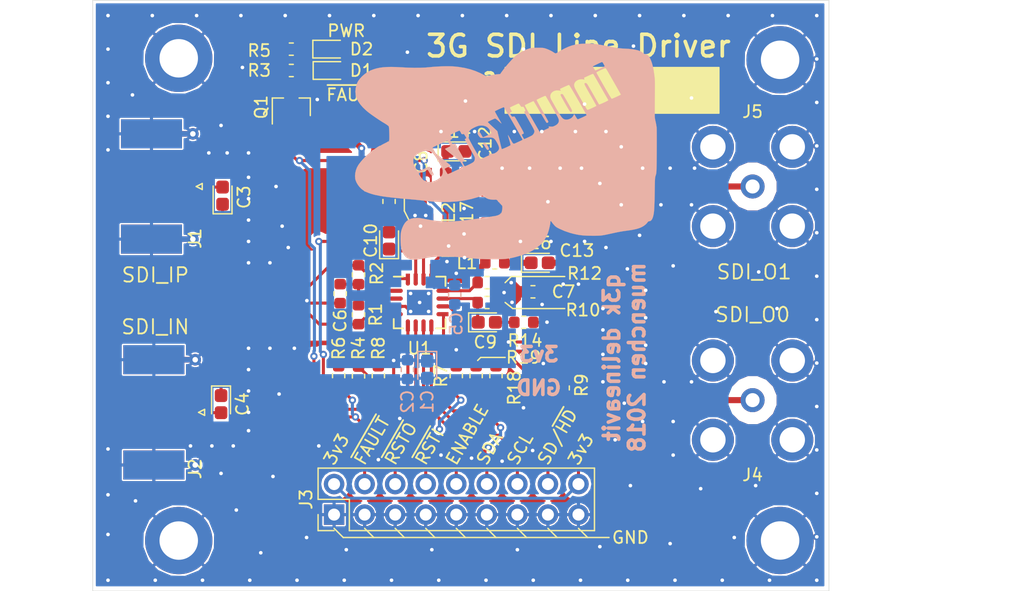
<source format=kicad_pcb>
(kicad_pcb (version 20171130) (host pcbnew "(6.0.0-rc1-dev-1233-g630baa372)")
  (layers (0 F.Cu signal) (31 B.Cu signal) (34 B.Paste user hide) (35 F.Paste user hide) (36 B.SilkS user) (37 F.SilkS user) (38 B.Mask user hide) (39 F.Mask user hide) (44 Edge.Cuts user))
  (net 0 "")
  (net 1 GND)
  (net 2 +3V3)
  (net 3 "Net-(C3-Pad2)")
  (net 4 "Net-(C4-Pad2)")
  (net 5 "Net-(C6-Pad1)")
  (net 6 "Net-(C9-Pad2)")
  (net 7 "Net-(C9-Pad1)")
  (net 8 "Net-(C10-Pad2)")
  (net 9 "Net-(C10-Pad1)")
  (net 10 "Net-(C11-Pad2)")
  (net 11 "Net-(C11-Pad1)")
  (net 12 "Net-(C12-Pad2)")
  (net 13 "Net-(C12-Pad1)")
  (net 14 "Net-(C13-Pad2)")
  (net 15 "Net-(C14-Pad2)")
  (net 16 "Net-(D1-Pad1)")
  (net 17 "Net-(D2-Pad1)")
  (net 18 /CTRL_FAULT)
  (net 19 /CTRL_RSTO)
  (net 20 /CTRL_RSTI)
  (net 21 /CTRL_ENABLE)
  (net 22 /CTRL_SDA)
  (net 23 /CTRL_SCL)
  (net 24 /CTRL_SDHD)
  (net 25 "Net-(Q1-Pad3)")
  (net 26 "Net-(R8-Pad2)")
  (net 27 /SDI_P)
  (net 28 /SDI_N)
  (module local:molex-bnc-73171-1640 (layer F.Cu) (at 179.07 78.232)
    (fp_text reference J5 (at 0 -6.223 180) (layer F.SilkS))
    (fp_text value SDI_O1 (at 0.127 7.112) (layer F.SilkS) (effects (font (size 1.2 1.2))))
    (pad 2 thru_hole circle (at -3.3 3.3) (size 3.5 3.5) (drill 2.11) (layers *.Cu *.Mask) (net 1 GND) (clearance 1))
    (pad 2 thru_hole circle (at -3.3 -3.3) (size 3.5 3.5) (drill 2.11) (layers *.Cu *.Mask) (net 1 GND) (clearance 1))
    (pad 2 thru_hole circle (at 3.3 -3.3) (size 3.5 3.5) (drill 2.11) (layers *.Cu *.Mask) (net 1 GND) (clearance 1))
    (pad 2 thru_hole circle (at 3.3 3.3) (size 3.5 3.5) (drill 2.11) (layers *.Cu *.Mask) (net 1 GND) (clearance 1))
    (pad 1 thru_hole circle (at 0 0) (size 2 2) (drill 1.17) (layers *.Cu *.Mask) (net 15 "Net-(C14-Pad2)") (clearance 1))
  )
  (module local:molex-bnc-73171-1640 (layer F.Cu) (at 179.07 96.012)
    (fp_text reference J4 (at 0 6.223 180) (layer F.SilkS))
    (fp_text value SDI_O0 (at 0 -7.112 180) (layer F.SilkS) (effects (font (size 1.2 1.2))))
    (pad 2 thru_hole circle (at -3.3 3.3) (size 3.5 3.5) (drill 2.11) (layers *.Cu *.Mask) (net 1 GND) (clearance 1))
    (pad 2 thru_hole circle (at -3.3 -3.3) (size 3.5 3.5) (drill 2.11) (layers *.Cu *.Mask) (net 1 GND) (clearance 1))
    (pad 2 thru_hole circle (at 3.3 -3.3) (size 3.5 3.5) (drill 2.11) (layers *.Cu *.Mask) (net 1 GND) (clearance 1))
    (pad 2 thru_hole circle (at 3.3 3.3) (size 3.5 3.5) (drill 2.11) (layers *.Cu *.Mask) (net 1 GND) (clearance 1))
    (pad 1 thru_hole circle (at 0 0) (size 2 2) (drill 1.17) (layers *.Cu *.Mask) (net 14 "Net-(C13-Pad2)") (clearance 1))
  )
  (module Connector_PinHeader_2.54mm:PinHeader_2x09_P2.54mm_Vertical (layer F.Cu) (at 144.272 105.537 90)
    (fp_text reference J3 (at 1.27 -2.33 90) (layer F.SilkS))
    (fp_text value CTRL)
    (pad 18 thru_hole oval (at 2.54 20.32 90) (size 1.7 1.7) (drill 1) (layers *.Cu *.Mask) (net 2 +3V3))
    (pad 17 thru_hole oval (at 0 20.32 90) (size 1.7 1.7) (drill 1) (layers *.Cu *.Mask) (net 1 GND))
    (pad 16 thru_hole oval (at 2.54 17.78 90) (size 1.7 1.7) (drill 1) (layers *.Cu *.Mask) (net 24 /CTRL_SDHD))
    (pad 15 thru_hole oval (at 0 17.78 90) (size 1.7 1.7) (drill 1) (layers *.Cu *.Mask) (net 1 GND))
    (pad 14 thru_hole oval (at 2.54 15.24 90) (size 1.7 1.7) (drill 1) (layers *.Cu *.Mask) (net 23 /CTRL_SCL))
    (pad 13 thru_hole oval (at 0 15.24 90) (size 1.7 1.7) (drill 1) (layers *.Cu *.Mask) (net 1 GND))
    (pad 12 thru_hole oval (at 2.54 12.7 90) (size 1.7 1.7) (drill 1) (layers *.Cu *.Mask) (net 22 /CTRL_SDA))
    (pad 11 thru_hole oval (at 0 12.7 90) (size 1.7 1.7) (drill 1) (layers *.Cu *.Mask) (net 1 GND))
    (pad 10 thru_hole oval (at 2.54 10.16 90) (size 1.7 1.7) (drill 1) (layers *.Cu *.Mask) (net 21 /CTRL_ENABLE))
    (pad 9 thru_hole oval (at 0 10.16 90) (size 1.7 1.7) (drill 1) (layers *.Cu *.Mask) (net 1 GND))
    (pad 8 thru_hole oval (at 2.54 7.62 90) (size 1.7 1.7) (drill 1) (layers *.Cu *.Mask) (net 20 /CTRL_RSTI))
    (pad 7 thru_hole oval (at 0 7.62 90) (size 1.7 1.7) (drill 1) (layers *.Cu *.Mask) (net 1 GND))
    (pad 6 thru_hole oval (at 2.54 5.08 90) (size 1.7 1.7) (drill 1) (layers *.Cu *.Mask) (net 19 /CTRL_RSTO))
    (pad 5 thru_hole oval (at 0 5.08 90) (size 1.7 1.7) (drill 1) (layers *.Cu *.Mask) (net 1 GND))
    (pad 4 thru_hole oval (at 2.54 2.54 90) (size 1.7 1.7) (drill 1) (layers *.Cu *.Mask) (net 18 /CTRL_FAULT))
    (pad 3 thru_hole oval (at 0 2.54 90) (size 1.7 1.7) (drill 1) (layers *.Cu *.Mask) (net 1 GND))
    (pad 2 thru_hole oval (at 2.54 0 90) (size 1.7 1.7) (drill 1) (layers *.Cu *.Mask) (net 2 +3V3))
    (pad 1 thru_hole rect (at 0 0 90) (size 1.7 1.7) (drill 1) (layers *.Cu *.Mask) (net 1 GND))
  )
  (module Resistor_SMD:R_0603_1608Metric (layer F.Cu) (at 147.955 93.98 90)
    (fp_text reference R8 (at 2.286 0 90) (layer F.SilkS))
    (fp_text value "750 1%")
    (pad 2 smd roundrect (at 0.7875 0 90) (size 0.875 0.95) (layers F.Cu F.Paste F.Mask) (net 26 "Net-(R8-Pad2)"))
    (pad 1 smd roundrect (at -0.7875 0 90) (size 0.875 0.95) (layers F.Cu F.Paste F.Mask) (net 2 +3V3))
  )
  (module Resistor_SMD:R_0603_1608Metric (layer F.Cu) (at 156.083 93.98 270)
    (fp_text reference R19 (at -1.524 -3.937) (layer F.SilkS))
    (fp_text value 4.7k)
    (pad 2 smd roundrect (at 0.7875 0 270) (size 0.875 0.95) (layers F.Cu F.Paste F.Mask) (net 23 /CTRL_SCL))
    (pad 1 smd roundrect (at -0.7875 0 270) (size 0.875 0.95) (layers F.Cu F.Paste F.Mask) (net 2 +3V3))
  )
  (module Resistor_SMD:R_0603_1608Metric (layer F.Cu) (at 157.734 93.98 270)
    (fp_text reference R18 (at 1.016 -1.524 270) (layer F.SilkS))
    (fp_text value 4.7k)
    (pad 2 smd roundrect (at 0.7875 0 270) (size 0.875 0.95) (layers F.Cu F.Paste F.Mask) (net 22 /CTRL_SDA))
    (pad 1 smd roundrect (at -0.7875 0 270) (size 0.875 0.95) (layers F.Cu F.Paste F.Mask) (net 2 +3V3))
  )
  (module Capacitor_Tantalum_SMD:CP_EIA-1608-08_AVX-J (layer F.Cu) (at 134.874 96.3435 270)
    (fp_text reference C4 (at 0 -1.778 270) (layer F.SilkS))
    (fp_text value "4.7uF, tant")
    (pad 2 smd roundrect (at 0.7125 0 270) (size 1.075 1.05) (layers F.Cu F.Paste F.Mask) (roundrect_rratio 0.238095) (net 4 "Net-(C4-Pad2)"))
    (pad 1 smd roundrect (at -0.7125 0 270) (size 1.075 1.05) (layers F.Cu F.Paste F.Mask) (roundrect_rratio 0.238095) (net 28 /SDI_N))
  )
  (module Connector_Coaxial:SMA_Molex_73251-1153_EdgeMount_Horizontal (layer F.Cu) (at 130.81 78.232)
    (fp_text reference J1 (at 1.905 4.318 90) (layer F.SilkS))
    (fp_text value SDI_IP (at -1.397 7.366) (layer F.SilkS) (effects (font (size 1.2 1.2))))
    (pad 2 smd rect (at 1.27 4.38) (size 0.95 0.46) (layers B.Cu) (net 1 GND))
    (pad 2 smd rect (at 1.27 -4.38) (size 0.95 0.46) (layers B.Cu) (net 1 GND))
    (pad 2 smd rect (at 1.27 4.38) (size 0.95 0.46) (layers F.Cu) (net 1 GND))
    (pad 2 smd rect (at 1.27 -4.38) (size 0.95 0.46) (layers F.Cu) (net 1 GND))
    (pad 2 thru_hole circle (at 1.72 4.38) (size 0.97 0.97) (drill 0.46) (layers *.Cu) (net 1 GND))
    (pad 2 thru_hole circle (at 1.72 -4.38) (size 0.97 0.97) (drill 0.46) (layers *.Cu) (net 1 GND))
    (pad 2 smd rect (at -1.72 4.38) (size 5.08 2.42) (layers B.Cu B.Paste B.Mask) (net 1 GND))
    (pad 2 smd rect (at -1.72 -4.38) (size 5.08 2.42) (layers B.Cu B.Paste B.Mask) (net 1 GND))
    (pad 2 smd rect (at -1.72 4.38) (size 5.08 2.42) (layers F.Cu F.Paste F.Mask) (net 1 GND))
    (pad 2 smd rect (at -1.72 -4.38) (size 5.08 2.42) (layers F.Cu F.Paste F.Mask) (net 1 GND))
    (pad 1 smd rect (at -1.72 0) (size 5.08 2.29) (layers F.Cu F.Paste F.Mask) (net 3 "Net-(C3-Pad2)"))
  )
  (module Package_DFN_QFN:WQFN-16-1EP_4x4mm_P0.65mm_EP2.1x2.1mm_ThermalVias (layer F.Cu) (at 151.384 87.884)
    (fp_text reference U1 (at 0 3.81) (layer F.SilkS))
    (fp_text value LMH0307)
    (pad 17 smd rect (at 0 0) (size 2.1 2.1) (layers B.Cu) (net 1 GND))
    (pad 17 thru_hole circle (at 0.75 0.75) (size 0.6 0.6) (drill 0.3) (layers *.Cu) (net 1 GND))
    (pad 17 thru_hole circle (at -0.75 0.75) (size 0.6 0.6) (drill 0.3) (layers *.Cu) (net 1 GND))
    (pad 17 thru_hole circle (at 0.75 -0.75) (size 0.6 0.6) (drill 0.3) (layers *.Cu) (net 1 GND))
    (pad 17 thru_hole circle (at -0.75 -0.75) (size 0.6 0.6) (drill 0.3) (layers *.Cu) (net 1 GND))
    (pad 17 thru_hole circle (at 0 0) (size 0.6 0.6) (drill 0.3) (layers *.Cu) (net 1 GND))
    (pad 17 smd rect (at 0 0) (size 2.1 2.1) (layers F.Cu F.Mask) (net 1 GND))
    (pad 16 smd circle (at -0.975 -1.575 90) (size 0.35 0.35) (layers F.Cu F.Paste F.Mask) (net 19 /CTRL_RSTO))
    (pad 16 smd rect (at -0.975 -1.9875 90) (size 0.825 0.35) (layers F.Cu F.Paste F.Mask) (net 19 /CTRL_RSTO))
    (pad 15 smd circle (at -0.325 -1.575 90) (size 0.35 0.35) (layers F.Cu F.Paste F.Mask) (net 9 "Net-(C10-Pad1)"))
    (pad 15 smd rect (at -0.325 -1.9875 90) (size 0.825 0.35) (layers F.Cu F.Paste F.Mask) (net 9 "Net-(C10-Pad1)"))
    (pad 14 smd circle (at 0.325 -1.575 90) (size 0.35 0.35) (layers F.Cu F.Paste F.Mask) (net 12 "Net-(C12-Pad2)"))
    (pad 14 smd rect (at 0.325 -1.9875 90) (size 0.825 0.35) (layers F.Cu F.Paste F.Mask) (net 12 "Net-(C12-Pad2)"))
    (pad 13 smd circle (at 0.975 -1.575 90) (size 0.35 0.35) (layers F.Cu F.Paste F.Mask) (net 18 /CTRL_FAULT))
    (pad 13 smd rect (at 0.975 -1.9875 90) (size 0.825 0.35) (layers F.Cu F.Paste F.Mask) (net 18 /CTRL_FAULT))
    (pad 12 smd circle (at 1.575 -0.975) (size 0.35 0.35) (layers F.Cu F.Paste F.Mask) (net 10 "Net-(C11-Pad2)"))
    (pad 12 smd rect (at 1.9875 -0.975) (size 0.825 0.35) (layers F.Cu F.Paste F.Mask) (net 10 "Net-(C11-Pad2)"))
    (pad 11 smd circle (at 1.575 -0.325) (size 0.35 0.35) (layers F.Cu F.Paste F.Mask) (net 7 "Net-(C9-Pad1)"))
    (pad 11 smd rect (at 1.9875 -0.325) (size 0.825 0.35) (layers F.Cu F.Paste F.Mask) (net 7 "Net-(C9-Pad1)"))
    (pad 10 smd circle (at 1.575 0.325) (size 0.35 0.35) (layers F.Cu F.Paste F.Mask) (net 24 /CTRL_SDHD))
    (pad 10 smd rect (at 1.9875 0.325) (size 0.825 0.35) (layers F.Cu F.Paste F.Mask) (net 24 /CTRL_SDHD))
    (pad 9 smd circle (at 1.575 0.975) (size 0.35 0.35) (layers F.Cu F.Paste F.Mask) (net 2 +3V3))
    (pad 9 smd rect (at 1.9875 0.975) (size 0.825 0.35) (layers F.Cu F.Paste F.Mask) (net 2 +3V3))
    (pad 8 smd circle (at 0.975 1.575 90) (size 0.35 0.35) (layers F.Cu F.Paste F.Mask) (net 23 /CTRL_SCL))
    (pad 8 smd rect (at 0.975 1.9875 90) (size 0.825 0.35) (layers F.Cu F.Paste F.Mask) (net 23 /CTRL_SCL))
    (pad 7 smd circle (at 0.325 1.575 90) (size 0.35 0.35) (layers F.Cu F.Paste F.Mask) (net 22 /CTRL_SDA))
    (pad 7 smd rect (at 0.325 1.9875 90) (size 0.825 0.35) (layers F.Cu F.Paste F.Mask) (net 22 /CTRL_SDA))
    (pad 6 smd circle (at -0.325 1.575 90) (size 0.35 0.35) (layers F.Cu F.Paste F.Mask) (net 21 /CTRL_ENABLE))
    (pad 6 smd rect (at -0.325 1.9875 90) (size 0.825 0.35) (layers F.Cu F.Paste F.Mask) (net 21 /CTRL_ENABLE))
    (pad 5 smd circle (at -0.975 1.575 90) (size 0.35 0.35) (layers F.Cu F.Paste F.Mask) (net 20 /CTRL_RSTI))
    (pad 5 smd rect (at -0.975 1.9875 90) (size 0.825 0.35) (layers F.Cu F.Paste F.Mask) (net 20 /CTRL_RSTI))
    (pad 4 smd circle (at -1.575 0.975) (size 0.35 0.35) (layers F.Cu F.Paste F.Mask) (net 26 "Net-(R8-Pad2)"))
    (pad 4 smd rect (at -1.9875 0.975) (size 0.825 0.35) (layers F.Cu F.Paste F.Mask) (net 26 "Net-(R8-Pad2)"))
    (pad 3 smd circle (at -1.575 0.325) (size 0.35 0.35) (layers F.Cu F.Paste F.Mask) (net 1 GND))
    (pad 3 smd rect (at -1.9875 0.325) (size 0.825 0.35) (layers F.Cu F.Paste F.Mask) (net 1 GND))
    (pad 2 smd circle (at -1.575 -0.325) (size 0.35 0.35) (layers F.Cu F.Paste F.Mask) (net 28 /SDI_N))
    (pad 2 smd rect (at -1.9875 -0.325) (size 0.825 0.35) (layers F.Cu F.Paste F.Mask) (net 28 /SDI_N))
    (pad 1 smd circle (at -1.575 -0.975) (size 0.35 0.35) (layers F.Cu F.Paste F.Mask) (net 27 /SDI_P))
    (pad 1 smd rect (at -1.9875 -0.975) (size 0.825 0.35) (layers F.Cu F.Paste F.Mask) (net 27 /SDI_P))
  )
  (module Resistor_SMD:R_0603_1608Metric (layer F.Cu) (at 155.194 77.851 270)
    (fp_text reference R17 (at 3.048 -0.127 270) (layer F.SilkS))
    (fp_text value 75)
    (pad 2 smd roundrect (at 0.7875 0 270) (size 0.875 0.95) (layers F.Cu F.Paste F.Mask) (net 12 "Net-(C12-Pad2)"))
    (pad 1 smd roundrect (at -0.7875 0 270) (size 0.875 0.95) (layers F.Cu F.Paste F.Mask) (net 13 "Net-(C12-Pad1)"))
  )
  (module Resistor_SMD:R_0603_1608Metric (layer F.Cu) (at 157.6325 82.931 180)
    (fp_text reference R16 (at -3.2765 0 180) (layer F.SilkS))
    (fp_text value 75)
    (pad 2 smd roundrect (at 0.7875 0 180) (size 0.875 0.95) (layers F.Cu F.Paste F.Mask) (net 10 "Net-(C11-Pad2)"))
    (pad 1 smd roundrect (at -0.7875 0 180) (size 0.875 0.95) (layers F.Cu F.Paste F.Mask) (net 11 "Net-(C11-Pad1)"))
  )
  (module Resistor_SMD:R_0603_1608Metric (layer F.Cu) (at 148.844 79.4765 90)
    (fp_text reference R15 (at 3.1495 0 90) (layer F.SilkS))
    (fp_text value 75)
    (pad 2 smd roundrect (at 0.7875 0 90) (size 0.875 0.95) (layers F.Cu F.Paste F.Mask) (net 1 GND))
    (pad 1 smd roundrect (at -0.7875 0 90) (size 0.875 0.95) (layers F.Cu F.Paste F.Mask) (net 8 "Net-(C10-Pad2)"))
  )
  (module Resistor_SMD:R_0603_1608Metric (layer F.Cu) (at 160.0455 89.535)
    (fp_text reference R14 (at 0.1015 1.524) (layer F.SilkS))
    (fp_text value 75)
    (pad 2 smd roundrect (at 0.7875 0) (size 0.875 0.95) (layers F.Cu F.Paste F.Mask) (net 1 GND))
    (pad 1 smd roundrect (at -0.7875 0) (size 0.875 0.95) (layers F.Cu F.Paste F.Mask) (net 6 "Net-(C9-Pad2)"))
  )
  (module Resistor_SMD:R_0603_1608Metric (layer F.Cu) (at 152.273 82.804 270)
    (fp_text reference R13 (at 0 -1.524 270) (layer F.SilkS))
    (fp_text value 75)
    (pad 2 smd roundrect (at 0.7875 0 270) (size 0.875 0.95) (layers F.Cu F.Paste F.Mask) (net 12 "Net-(C12-Pad2)"))
    (pad 1 smd roundrect (at -0.7875 0 270) (size 0.875 0.95) (layers F.Cu F.Paste F.Mask) (net 2 +3V3))
  )
  (module Resistor_SMD:R_0603_1608Metric (layer F.Cu) (at 156.9975 86.233 180)
    (fp_text reference R12 (at -8.1025 0.762 180) (layer F.SilkS))
    (fp_text value 75)
    (pad 2 smd roundrect (at 0.7875 0 180) (size 0.875 0.95) (layers F.Cu F.Paste F.Mask) (net 10 "Net-(C11-Pad2)"))
    (pad 1 smd roundrect (at -0.7875 0 180) (size 0.875 0.95) (layers F.Cu F.Paste F.Mask) (net 2 +3V3))
  )
  (module Resistor_SMD:R_0603_1608Metric (layer F.Cu) (at 150.622 82.804 270)
    (fp_text reference R11 (at -6.604 0.508 270) (layer F.SilkS))
    (fp_text value 75)
    (pad 2 smd roundrect (at 0.7875 0 270) (size 0.875 0.95) (layers F.Cu F.Paste F.Mask) (net 9 "Net-(C10-Pad1)"))
    (pad 1 smd roundrect (at -0.7875 0 270) (size 0.875 0.95) (layers F.Cu F.Paste F.Mask) (net 2 +3V3))
  )
  (module Resistor_SMD:R_0603_1608Metric (layer F.Cu) (at 156.9975 87.884 180)
    (fp_text reference R10 (at -7.9755 -0.635 180) (layer F.SilkS))
    (fp_text value 75)
    (pad 2 smd roundrect (at 0.7875 0 180) (size 0.875 0.95) (layers F.Cu F.Paste F.Mask) (net 7 "Net-(C9-Pad1)"))
    (pad 1 smd roundrect (at -0.7875 0 180) (size 0.875 0.95) (layers F.Cu F.Paste F.Mask) (net 2 +3V3))
  )
  (module Resistor_SMD:R_0603_1608Metric (layer F.Cu) (at 163.322 94.996 270)
    (fp_text reference R9 (at -0.2285 -1.524 270) (layer F.SilkS))
    (fp_text value 4.7k)
    (pad 2 smd roundrect (at 0.7875 0 270) (size 0.875 0.95) (layers F.Cu F.Paste F.Mask) (net 24 /CTRL_SDHD))
    (pad 1 smd roundrect (at -0.7875 0 270) (size 0.875 0.95) (layers F.Cu F.Paste F.Mask) (net 1 GND))
  )
  (module Resistor_SMD:R_0603_1608Metric (layer F.Cu) (at 154.432 93.98 90)
    (fp_text reference R7 (at 0 -1.27 90) (layer F.SilkS))
    (fp_text value 4.7k)
    (pad 2 smd roundrect (at 0.7875 0 90) (size 0.875 0.95) (layers F.Cu F.Paste F.Mask) (net 2 +3V3))
    (pad 1 smd roundrect (at -0.7875 0 90) (size 0.875 0.95) (layers F.Cu F.Paste F.Mask) (net 21 /CTRL_ENABLE))
  )
  (module Resistor_SMD:R_0603_1608Metric (layer F.Cu) (at 144.653 93.98 90)
    (fp_text reference R6 (at 2.286 0 90) (layer F.SilkS))
    (fp_text value 4.7k)
    (pad 2 smd roundrect (at 0.7875 0 90) (size 0.875 0.95) (layers F.Cu F.Paste F.Mask) (net 2 +3V3))
    (pad 1 smd roundrect (at -0.7875 0 90) (size 0.875 0.95) (layers F.Cu F.Paste F.Mask) (net 18 /CTRL_FAULT))
  )
  (module Resistor_SMD:R_0603_1608Metric (layer F.Cu) (at 140.716 66.802 180)
    (fp_text reference R5 (at 2.667 -0.127 180) (layer F.SilkS))
    (fp_text value 120)
    (pad 2 smd roundrect (at 0.7875 0 180) (size 0.875 0.95) (layers F.Cu F.Paste F.Mask) (net 1 GND))
    (pad 1 smd roundrect (at -0.7875 0 180) (size 0.875 0.95) (layers F.Cu F.Paste F.Mask) (net 17 "Net-(D2-Pad1)"))
  )
  (module Resistor_SMD:R_0603_1608Metric (layer F.Cu) (at 146.304 94.0055 90)
    (fp_text reference R4 (at 2.3115 0 90) (layer F.SilkS))
    (fp_text value 4.7k)
    (pad 2 smd roundrect (at 0.7875 0 90) (size 0.875 0.95) (layers F.Cu F.Paste F.Mask) (net 2 +3V3))
    (pad 1 smd roundrect (at -0.7875 0 90) (size 0.875 0.95) (layers F.Cu F.Paste F.Mask) (net 20 /CTRL_RSTI))
  )
  (module Resistor_SMD:R_0603_1608Metric (layer F.Cu) (at 140.716 68.58)
    (fp_text reference R3 (at -2.667 0) (layer F.SilkS))
    (fp_text value 120)
    (pad 2 smd roundrect (at 0.7875 0) (size 0.875 0.95) (layers F.Cu F.Paste F.Mask) (net 16 "Net-(D1-Pad1)"))
    (pad 1 smd roundrect (at -0.7875 0) (size 0.875 0.95) (layers F.Cu F.Paste F.Mask) (net 25 "Net-(Q1-Pad3)"))
  )
  (module Resistor_SMD:R_0603_1608Metric (layer F.Cu) (at 146.304 85.5725 90)
    (fp_text reference R2 (at 0.1015 1.524 90) (layer F.SilkS))
    (fp_text value "49.9, 1%")
    (pad 2 smd roundrect (at 0.7875 0 90) (size 0.875 0.95) (layers F.Cu F.Paste F.Mask) (net 27 /SDI_P))
    (pad 1 smd roundrect (at -0.7875 0 90) (size 0.875 0.95) (layers F.Cu F.Paste F.Mask) (net 5 "Net-(C6-Pad1)"))
  )
  (module Resistor_SMD:R_0603_1608Metric (layer F.Cu) (at 146.304 88.9 270)
    (fp_text reference R1 (at 0 -1.43 270) (layer F.SilkS))
    (fp_text value "49.9, 1%")
    (pad 2 smd roundrect (at 0.7875 0 270) (size 0.875 0.95) (layers F.Cu F.Paste F.Mask) (net 28 /SDI_N))
    (pad 1 smd roundrect (at -0.7875 0 270) (size 0.875 0.95) (layers F.Cu F.Paste F.Mask) (net 5 "Net-(C6-Pad1)"))
  )
  (module Package_TO_SOT_SMD:SOT-23 (layer F.Cu) (at 140.716 71.628 90)
    (fp_text reference Q1 (at 0 -2.5 90) (layer F.SilkS))
    (fp_text value BSS138)
    (pad 3 smd rect (at 1 0 90) (size 0.9 0.8) (layers F.Cu F.Paste F.Mask) (net 25 "Net-(Q1-Pad3)"))
    (pad 2 smd rect (at -1 0.95 90) (size 0.9 0.8) (layers F.Cu F.Paste F.Mask) (net 1 GND))
    (pad 1 smd rect (at -1 -0.95 90) (size 0.9 0.8) (layers F.Cu F.Paste F.Mask) (net 18 /CTRL_FAULT))
  )
  (module Inductor_SMD:L_0603_1608Metric (layer F.Cu) (at 153.543 77.851 90)
    (fp_text reference L2 (at -2.54 0.254 90) (layer F.SilkS))
    (fp_text value 6.2nH)
    (pad 2 smd roundrect (at 0.7875 0 90) (size 0.875 0.95) (layers F.Cu F.Paste F.Mask) (net 13 "Net-(C12-Pad1)"))
    (pad 1 smd roundrect (at -0.7875 0 90) (size 0.875 0.95) (layers F.Cu F.Paste F.Mask) (net 12 "Net-(C12-Pad2)"))
  )
  (module Inductor_SMD:L_0603_1608Metric (layer F.Cu) (at 157.6325 84.582)
    (fp_text reference L1 (at -2.3115 0) (layer F.SilkS))
    (fp_text value 6.2nH)
    (pad 2 smd roundrect (at 0.7875 0) (size 0.875 0.95) (layers F.Cu F.Paste F.Mask) (net 11 "Net-(C11-Pad1)"))
    (pad 1 smd roundrect (at -0.7875 0) (size 0.875 0.95) (layers F.Cu F.Paste F.Mask) (net 10 "Net-(C11-Pad2)"))
  )
  (module Connector_Coaxial:SMA_Molex_73251-1153_EdgeMount_Horizontal (layer F.Cu) (at 131.006 97.028)
    (fp_text reference J2 (at 1.709 4.699 90) (layer F.SilkS))
    (fp_text value SDI_IN (at -1.593 -7.112) (layer F.SilkS) (effects (font (size 1.2 1.2))))
    (pad 2 smd rect (at 1.27 4.38) (size 0.95 0.46) (layers B.Cu) (net 1 GND))
    (pad 2 smd rect (at 1.27 -4.38) (size 0.95 0.46) (layers B.Cu) (net 1 GND))
    (pad 2 smd rect (at 1.27 4.38) (size 0.95 0.46) (layers F.Cu) (net 1 GND))
    (pad 2 smd rect (at 1.27 -4.38) (size 0.95 0.46) (layers F.Cu) (net 1 GND))
    (pad 2 thru_hole circle (at 1.72 4.38) (size 0.97 0.97) (drill 0.46) (layers *.Cu) (net 1 GND))
    (pad 2 thru_hole circle (at 1.72 -4.38) (size 0.97 0.97) (drill 0.46) (layers *.Cu) (net 1 GND))
    (pad 2 smd rect (at -1.72 4.38) (size 5.08 2.42) (layers B.Cu B.Paste B.Mask) (net 1 GND))
    (pad 2 smd rect (at -1.72 -4.38) (size 5.08 2.42) (layers B.Cu B.Paste B.Mask) (net 1 GND))
    (pad 2 smd rect (at -1.72 4.38) (size 5.08 2.42) (layers F.Cu F.Paste F.Mask) (net 1 GND))
    (pad 2 smd rect (at -1.72 -4.38) (size 5.08 2.42) (layers F.Cu F.Paste F.Mask) (net 1 GND))
    (pad 1 smd rect (at -1.72 0) (size 5.08 2.29) (layers F.Cu F.Paste F.Mask) (net 4 "Net-(C4-Pad2)"))
  )
  (module MountingHole:MountingHole_3.2mm_M3_DIN965_Pad (layer F.Cu) (at 181.356 67.691)
    (fp_text reference H4 hide)
    (fp_text value HOLE)
    (pad 1 thru_hole circle (at 0 0) (size 5.6 5.6) (drill 3.2) (layers *.Cu *.Mask) (net 1 GND))
  )
  (module MountingHole:MountingHole_3.2mm_M3_DIN965_Pad (layer F.Cu) (at 181.356 107.691)
    (fp_text reference H3 hide)
    (fp_text value HOLE)
    (pad 1 thru_hole circle (at 0 0) (size 5.6 5.6) (drill 3.2) (layers *.Cu *.Mask) (net 1 GND))
  )
  (module MountingHole:MountingHole_3.2mm_M3_DIN965_Pad (layer F.Cu) (at 131.356 67.564)
    (fp_text reference H2 hide)
    (fp_text value HOLE)
    (pad 1 thru_hole circle (at 0 0) (size 5.6 5.6) (drill 3.2) (layers *.Cu *.Mask) (net 1 GND))
  )
  (module MountingHole:MountingHole_3.2mm_M3_DIN965_Pad (layer F.Cu) (at 131.356 107.696)
    (fp_text reference H1 hide)
    (fp_text value HOLE)
    (pad 1 thru_hole circle (at 0 0) (size 5.6 5.6) (drill 3.2) (layers *.Cu *.Mask) (net 1 GND))
  )
  (module LED_SMD:LED_0603_1608Metric (layer F.Cu) (at 143.9925 66.802)
    (fp_text reference D2 (at 2.5655 0) (layer F.SilkS))
    (fp_text value PWR (at 1.2955 -1.524 180) (layer F.SilkS))
    (pad 2 smd roundrect (at 0.7875 0) (size 0.875 0.95) (layers F.Cu F.Paste F.Mask) (net 2 +3V3))
    (pad 1 smd roundrect (at -0.7875 0) (size 0.875 0.95) (layers F.Cu F.Paste F.Mask) (net 17 "Net-(D2-Pad1)"))
  )
  (module LED_SMD:LED_0603_1608Metric (layer F.Cu) (at 144.018 68.58)
    (fp_text reference D1 (at 2.54 0) (layer F.SilkS))
    (fp_text value ~FAULT (at 1.778 2.032 180) (layer F.SilkS))
    (pad 2 smd roundrect (at 0.7875 0) (size 0.875 0.95) (layers F.Cu F.Paste F.Mask) (net 2 +3V3))
    (pad 1 smd roundrect (at -0.7875 0) (size 0.875 0.95) (layers F.Cu F.Paste F.Mask) (net 16 "Net-(D1-Pad1)"))
  )
  (module Capacitor_Tantalum_SMD:CP_EIA-1608-08_AVX-J (layer F.Cu) (at 154.432 75.311)
    (fp_text reference C14 (at -0.2045 -1.651) (layer F.SilkS))
    (fp_text value "4.7uF, tant")
    (pad 2 smd roundrect (at 0.7125 0) (size 1.075 1.05) (layers F.Cu F.Paste F.Mask) (roundrect_rratio 0.238095) (net 15 "Net-(C14-Pad2)"))
    (pad 1 smd roundrect (at -0.7125 0) (size 1.075 1.05) (layers F.Cu F.Paste F.Mask) (roundrect_rratio 0.238095) (net 13 "Net-(C12-Pad1)"))
  )
  (module Capacitor_Tantalum_SMD:CP_EIA-1608-08_AVX-J (layer F.Cu) (at 161.3675 84.582)
    (fp_text reference C13 (at 3.0975 -1.016) (layer F.SilkS))
    (fp_text value "4.7uF, tant")
    (pad 2 smd roundrect (at 0.7125 0) (size 1.075 1.05) (layers F.Cu F.Paste F.Mask) (roundrect_rratio 0.238095) (net 14 "Net-(C13-Pad2)"))
    (pad 1 smd roundrect (at -0.7125 0) (size 1.075 1.05) (layers F.Cu F.Paste F.Mask) (roundrect_rratio 0.238095) (net 11 "Net-(C11-Pad1)"))
  )
  (module Capacitor_SMD:C_0603_1608Metric (layer F.Cu) (at 156.845 77.851 270)
    (fp_text reference C12 (at -3.175 0 270) (layer F.SilkS))
    (fp_text value 0.25pF)
    (pad 2 smd roundrect (at 0.7875 0 270) (size 0.875 0.95) (layers F.Cu F.Paste F.Mask) (net 12 "Net-(C12-Pad2)"))
    (pad 1 smd roundrect (at -0.7875 0 270) (size 0.875 0.95) (layers F.Cu F.Paste F.Mask) (net 13 "Net-(C12-Pad1)"))
  )
  (module Capacitor_SMD:C_0603_1608Metric (layer F.Cu) (at 157.6325 81.28 180)
    (fp_text reference C11 (at -3.1495 0 180) (layer F.SilkS))
    (fp_text value 0.25pF)
    (pad 2 smd roundrect (at 0.7875 0 180) (size 0.875 0.95) (layers F.Cu F.Paste F.Mask) (net 10 "Net-(C11-Pad2)"))
    (pad 1 smd roundrect (at -0.7875 0 180) (size 0.875 0.95) (layers F.Cu F.Paste F.Mask) (net 11 "Net-(C11-Pad1)"))
  )
  (module Capacitor_Tantalum_SMD:CP_EIA-1608-08_AVX-J (layer F.Cu) (at 148.844 82.7265 90)
    (fp_text reference C10 (at 0 -1.524 90) (layer F.SilkS))
    (fp_text value "4.7uF, tant")
    (pad 2 smd roundrect (at 0.7125 0 90) (size 1.075 1.05) (layers F.Cu F.Paste F.Mask) (roundrect_rratio 0.238095) (net 8 "Net-(C10-Pad2)"))
    (pad 1 smd roundrect (at -0.7125 0 90) (size 1.075 1.05) (layers F.Cu F.Paste F.Mask) (roundrect_rratio 0.238095) (net 9 "Net-(C10-Pad1)"))
  )
  (module Capacitor_Tantalum_SMD:CP_EIA-1608-08_AVX-J (layer F.Cu) (at 156.972 89.535)
    (fp_text reference C9 (at -0.127 1.651) (layer F.SilkS))
    (fp_text value "4.7uF, tant")
    (pad 2 smd roundrect (at 0.7125 0) (size 1.075 1.05) (layers F.Cu F.Paste F.Mask) (roundrect_rratio 0.238095) (net 6 "Net-(C9-Pad2)"))
    (pad 1 smd roundrect (at -0.7125 0) (size 1.075 1.05) (layers F.Cu F.Paste F.Mask) (roundrect_rratio 0.238095) (net 7 "Net-(C9-Pad1)"))
  )
  (module Capacitor_SMD:C_0603_1608Metric (layer F.Cu) (at 151.511 78.867 90)
    (fp_text reference C8 (at 2.667 0 90) (layer F.SilkS))
    (fp_text value 100nF)
    (pad 2 smd roundrect (at 0.7875 0 90) (size 0.875 0.95) (layers F.Cu F.Paste F.Mask) (net 1 GND))
    (pad 1 smd roundrect (at -0.7875 0 90) (size 0.875 0.95) (layers F.Cu F.Paste F.Mask) (net 2 +3V3))
  )
  (module Capacitor_SMD:C_0603_1608Metric (layer F.Cu) (at 160.8075 86.995)
    (fp_text reference C7 (at 2.54 0) (layer F.SilkS))
    (fp_text value 100nF)
    (pad 1 smd roundrect (at -0.7875 0) (size 0.875 0.95) (layers F.Cu F.Paste F.Mask) (net 2 +3V3))
    (pad 2 smd roundrect (at 0.7875 0) (size 0.875 0.95) (layers F.Cu F.Paste F.Mask) (net 1 GND))
  )
  (module Capacitor_SMD:C_0603_1608Metric (layer F.Cu) (at 144.78 87.1475 270)
    (fp_text reference C6 (at 2.2605 0 270) (layer F.SilkS))
    (fp_text value 10nF)
    (pad 2 smd roundrect (at 0.7875 0 270) (size 0.875 0.95) (layers F.Cu F.Paste F.Mask) (net 1 GND))
    (pad 1 smd roundrect (at -0.7875 0 270) (size 0.875 0.95) (layers F.Cu F.Paste F.Mask) (net 5 "Net-(C6-Pad1)"))
  )
  (module Capacitor_SMD:C_0603_1608Metric (layer B.Cu) (at 154.305 87.249 90)
    (fp_text reference C5 (at -2.413 0.127 90) (layer B.SilkS) (effects (justify mirror)))
    (fp_text value 10nF)
    (pad 2 smd roundrect (at 0.7875 0 90) (size 0.875 0.95) (layers B.Cu B.Paste B.Mask) (net 1 GND))
    (pad 1 smd roundrect (at -0.7875 0 90) (size 0.875 0.95) (layers B.Cu B.Paste B.Mask) (net 2 +3V3))
  )
  (module Capacitor_Tantalum_SMD:CP_EIA-1608-08_AVX-J (layer F.Cu) (at 135.001 78.994 90)
    (fp_text reference C3 (at -0.127 1.778 90) (layer F.SilkS))
    (fp_text value "4.7uF, tant")
    (pad 2 smd roundrect (at 0.7125 0 90) (size 1.075 1.05) (layers F.Cu F.Paste F.Mask) (roundrect_rratio 0.238095) (net 3 "Net-(C3-Pad2)"))
    (pad 1 smd roundrect (at -0.7125 0 90) (size 1.075 1.05) (layers F.Cu F.Paste F.Mask) (roundrect_rratio 0.238095) (net 27 /SDI_P))
  )
  (module Capacitor_SMD:C_0603_1608Metric (layer B.Cu) (at 150.368 93.472 270)
    (fp_text reference C2 (at 2.667 0 270) (layer B.SilkS) (effects (justify mirror)))
    (fp_text value 100nF)
    (pad 2 smd roundrect (at 0.7875 0 270) (size 0.875 0.95) (layers B.Cu B.Paste B.Mask) (net 1 GND))
    (pad 1 smd roundrect (at -0.7875 0 270) (size 0.875 0.95) (layers B.Cu B.Paste B.Mask) (net 2 +3V3))
  )
  (module Capacitor_Tantalum_SMD:CP_EIA-1608-08_AVX-J (layer B.Cu) (at 152.019 93.472 270)
    (fp_text reference C1 (at 2.667 0 270) (layer B.SilkS) (effects (justify mirror)))
    (fp_text value "4.7uF, tant")
    (pad 2 smd roundrect (at 0.7125 0 270) (size 1.075 1.05) (layers B.Cu B.Paste B.Mask) (roundrect_rratio 0.238095) (net 1 GND))
    (pad 1 smd roundrect (at -0.7125 0 270) (size 1.075 1.05) (layers B.Cu B.Paste B.Mask) (roundrect_rratio 0.238095) (net 2 +3V3))
  )
  (module local:inputkatze (layer B.Cu) (at 158.75 75.946 270)
    (fp_text reference G*** hide)
    (fp_text value LOGO hide)
  )
  (gr_line (start 150.114 80.264) (end 150.622 81.28) (layer F.SilkS) (width 0.12))
  (gr_line (start 150.114 77.724) (end 150.114 80.264) (layer F.SilkS) (width 0.12))
  (gr_text GND (at 161.29 94.996) (layer B.SilkS) (effects (font (size 1.2 1.2) (thickness 0.3)) (justify mirror)))
  (gr_poly (pts (xy 158.496 68.326) (xy 176.276 68.326) (xy 176.276 72.136) (xy 158.496 72.136)) (layer F.SilkS) (width 0.1))
  (gr_text GND (at 168.91 107.442) (layer F.SilkS) (effects (font (size 1 1))))
  (gr_line (start 164.592 106.68) (end 165.354 107.442) (layer F.SilkS) (width 0.12))
  (gr_line (start 162.052 106.68) (end 162.814 107.442) (layer F.SilkS) (width 0.12))
  (gr_line (start 159.512 106.68) (end 160.274 107.442) (layer F.SilkS) (width 0.12))
  (gr_line (start 156.972 106.68) (end 157.734 107.442) (layer F.SilkS) (width 0.12))
  (gr_line (start 154.432 106.68) (end 155.194 107.442) (layer F.SilkS) (width 0.12))
  (gr_line (start 151.892 106.68) (end 152.654 107.442) (layer F.SilkS) (width 0.12))
  (gr_line (start 149.352 106.68) (end 150.114 107.442) (layer F.SilkS) (width 0.12))
  (gr_line (start 146.812 106.68) (end 147.574 107.442) (layer F.SilkS) (width 0.12))
  (gr_line (start 145.034 107.442) (end 167.132 107.442) (layer F.SilkS) (width 0.12))
  (gr_line (start 144.272 106.68) (end 145.034 107.442) (layer F.SilkS) (width 0.12))
  (gr_line (start 156.464 92.456) (end 156.21 92.71) (layer F.SilkS) (width 0.12))
  (gr_line (start 158.496 92.456) (end 156.464 92.456) (layer F.SilkS) (width 0.12))
  (gr_text 3v3 (at 164.084 101.346 60) (layer F.SilkS) (effects (font (size 1 1)) (justify left)))
  (gr_text SD/~HD (at 161.544 101.346 60) (layer F.SilkS) (effects (font (size 1 1)) (justify left)))
  (gr_text SCL (at 159.004 101.346 60) (layer F.SilkS) (effects (font (size 1 1)) (justify left)))
  (gr_text SDA (at 156.464 101.346 60) (layer F.SilkS) (effects (font (size 1 1)) (justify left)))
  (gr_text ENABLE (at 153.924 101.346 60) (layer F.SilkS) (effects (font (size 1 1)) (justify left)))
  (gr_text ~RSTI (at 151.384 101.346 60) (layer F.SilkS) (effects (font (size 1 1)) (justify left)))
  (gr_text ~RSTO (at 148.844 101.346 60) (layer F.SilkS) (effects (font (size 1 1)) (justify left)))
  (gr_text ~FAULT (at 146.304 101.346 60) (layer F.SilkS) (effects (font (size 1 1)) (justify left)))
  (gr_text 3v3 (at 143.764 101.346 60) (layer F.SilkS) (effects (font (size 1 1)) (justify left)))
  (gr_text 3v3 (at 161.29 92.202) (layer B.SilkS) (effects (font (size 1.2 1.2) (thickness 0.3)) (justify mirror)))
  (gr_poly (pts (xy 157.48 85.852) (xy 159.004 85.852) (xy 159.766 86.614) (xy 159.766 87.63) (xy 159.004 88.392) (xy 157.48 88.392)) (layer F.Cu) (width 0.1))
  (gr_text "q3k delineavit\nmuenchen 2018" (at 168.402 92.456 90) (layer B.SilkS) (effects (font (size 1.3 1.3) (thickness 0.3)) (justify mirror)))
  (gr_text "rev. a\ns/n:" (at 157.988 70.104) (layer F.SilkS) (effects (font (size 1.3 1.3) (thickness 0.3)) (justify right)))
  (gr_text "3G SDI Line Driver" (at 164.592 66.548) (layer F.SilkS) (effects (font (size 1.8 1.8) (thickness 0.3))))
  (gr_line (start 159.131 88.392) (end 163.449 88.392) (layer F.SilkS) (width 0.12))
  (gr_line (start 158.496 87.884) (end 159.131 88.392) (layer F.SilkS) (width 0.12))
  (gr_line (start 159.004 85.725) (end 163.449 85.725) (layer F.SilkS) (width 0.12))
  (gr_line (start 158.496 86.233) (end 159.004 85.725) (layer F.SilkS) (width 0.12))
  (gr_line (start 124.206 111.887) (end 124.206 62.738) (layer Edge.Cuts) (width 0.05))
  (gr_line (start 185.42 111.887) (end 124.206 111.887) (layer Edge.Cuts) (width 0.05))
  (gr_line (start 185.42 62.738) (end 185.42 111.887) (layer Edge.Cuts) (width 0.05))
  (gr_line (start 124.206 62.738) (end 185.42 62.738) (layer Edge.Cuts) (width 0.05))
  (segment (start 160.833 89.535) (end 160.833 89.3951) (width 0.254) (layer F.Cu) (net 1))
  (segment (start 160.833 89.535) (end 161.9631 89.535) (width 0.254) (layer F.Cu) (net 1))
  (via (at 161.9758 89.5223) (size 0.6) (drill 0.3) (layers F.Cu B.Cu) (net 1))
  (segment (start 161.9631 89.535) (end 161.9758 89.5223) (width 0.254) (layer F.Cu) (net 1))
  (via (at 161.5694 88.0491) (size 0.6) (drill 0.3) (layers F.Cu B.Cu) (net 1))
  (segment (start 161.595 86.995) (end 161.595 88.0235) (width 0.254) (layer F.Cu) (net 1))
  (segment (start 161.595 88.0235) (end 161.5694 88.0491) (width 0.254) (layer F.Cu) (net 1))
  (via (at 155.0797 80.0608) (size 0.6) (drill 0.3) (layers F.Cu B.Cu) (net 1))
  (via (at 155.0797 82.1817) (size 0.6) (drill 0.3) (layers F.Cu B.Cu) (net 1))
  (via (at 155.1178 84.1502) (size 0.6) (drill 0.3) (layers F.Cu B.Cu) (net 1))
  (via (at 154.432 85.4583) (size 0.6) (drill 0.3) (layers F.Cu B.Cu) (net 1))
  (segment (start 150.209 88.209) (end 150.634 88.634) (width 0.254) (layer F.Cu) (net 1))
  (segment (start 149.3965 88.209) (end 150.209 88.209) (width 0.254) (layer F.Cu) (net 1))
  (segment (start 148.73 88.209) (end 147.447 89.492) (width 0.254) (layer F.Cu) (net 1))
  (segment (start 149.3965 88.209) (end 148.73 88.209) (width 0.254) (layer F.Cu) (net 1))
  (segment (start 147.447 89.791324) (end 145.925324 91.313) (width 0.254) (layer F.Cu) (net 1))
  (segment (start 147.447 89.492) (end 147.447 89.791324) (width 0.254) (layer F.Cu) (net 1))
  (segment (start 145.925324 91.313) (end 142.494 91.313) (width 0.254) (layer F.Cu) (net 1))
  (segment (start 144.78 87.935) (end 143.50201 87.935) (width 0.254) (layer F.Cu) (net 1))
  (via (at 142.01107 87.73028) (size 0.6) (drill 0.3) (layers F.Cu B.Cu) (net 1))
  (segment (start 143.50201 87.935) (end 142.21579 87.935) (width 0.254) (layer F.Cu) (net 1))
  (segment (start 142.21579 87.935) (end 142.01107 87.73028) (width 0.254) (layer F.Cu) (net 1))
  (segment (start 163.322 94.945) (end 163.322 94.869) (width 0.254) (layer F.Cu) (net 1))
  (via (at 153.6573 84.4804) (size 0.6) (drill 0.3) (layers F.Cu B.Cu) (net 1))
  (via (at 161.671 92.964) (size 0.6) (drill 0.3) (layers F.Cu B.Cu) (net 1))
  (segment (start 163.322 94.945) (end 161.671 93.294) (width 0.254) (layer F.Cu) (net 1))
  (segment (start 161.671 93.294) (end 161.671 92.964) (width 0.254) (layer F.Cu) (net 1))
  (via (at 142.875 70.993) (size 0.6) (drill 0.3) (layers F.Cu B.Cu) (net 1))
  (segment (start 141.666 72.628) (end 141.666 72.202) (width 0.508) (layer F.Cu) (net 1))
  (segment (start 141.666 72.202) (end 142.875 70.993) (width 0.508) (layer F.Cu) (net 1))
  (via (at 149.733 97.536) (size 0.6) (drill 0.3) (layers F.Cu B.Cu) (net 1))
  (via (at 160.02 96.647) (size 0.6) (drill 0.3) (layers F.Cu B.Cu) (net 1))
  (via (at 160.782 100.203) (size 0.6) (drill 0.3) (layers F.Cu B.Cu) (net 1))
  (via (at 153.162 100.584) (size 0.6) (drill 0.3) (layers F.Cu B.Cu) (net 1))
  (via (at 155.702 100.838) (size 0.6) (drill 0.3) (layers F.Cu B.Cu) (net 1))
  (via (at 158.242 101.092) (size 0.6) (drill 0.3) (layers F.Cu B.Cu) (net 1))
  (via (at 147.955 100.965) (size 0.6) (drill 0.3) (layers F.Cu B.Cu) (net 1))
  (segment (start 132.726 101.408) (end 129.286 101.408) (width 0.254) (layer F.Cu) (net 1))
  (segment (start 132.276 92.648) (end 129.286 92.648) (width 0.254) (layer F.Cu) (net 1))
  (segment (start 132.53 73.852) (end 129.09 73.852) (width 0.254) (layer F.Cu) (net 1))
  (segment (start 132.53 82.612) (end 129.09 82.612) (width 0.254) (layer F.Cu) (net 1))
  (segment (start 129.286 92.648) (end 132.726 92.648) (width 0.254) (layer F.Cu) (net 1))
  (segment (start 132.08 92.648) (end 132.726 92.648) (width 0.254) (layer B.Cu) (net 1))
  (segment (start 129.286 92.648) (end 132.08 92.648) (width 0.254) (layer B.Cu) (net 1))
  (segment (start 129.09 82.612) (end 132.53 82.612) (width 0.254) (layer B.Cu) (net 1))
  (via (at 137.16 75.438) (size 0.6) (drill 0.3) (layers F.Cu B.Cu) (net 1))
  (via (at 137.16 77.47) (size 0.6) (drill 0.3) (layers F.Cu B.Cu) (net 1))
  (via (at 137.16 79.248) (size 0.6) (drill 0.3) (layers F.Cu B.Cu) (net 1))
  (via (at 137.16 81.026) (size 0.6) (drill 0.3) (layers F.Cu B.Cu) (net 1))
  (via (at 137.16 82.804) (size 0.6) (drill 0.3) (layers F.Cu B.Cu) (net 1))
  (via (at 137.16 84.582) (size 0.6) (drill 0.3) (layers F.Cu B.Cu) (net 1))
  (via (at 138.938 84.582) (size 0.6) (drill 0.3) (layers F.Cu B.Cu) (net 1))
  (via (at 140.462 83.312) (size 0.6) (drill 0.3) (layers F.Cu B.Cu) (net 1))
  (via (at 135.382 75.438) (size 0.6) (drill 0.3) (layers F.Cu B.Cu) (net 1))
  (via (at 133.858 75.438) (size 0.6) (drill 0.3) (layers F.Cu B.Cu) (net 1))
  (via (at 140.97 91.694) (size 0.6) (drill 0.3) (layers F.Cu B.Cu) (net 1))
  (via (at 138.938 91.694) (size 0.6) (drill 0.3) (layers F.Cu B.Cu) (net 1))
  (via (at 137.16 91.694) (size 0.6) (drill 0.3) (layers F.Cu B.Cu) (net 1))
  (via (at 137.16 93.472) (size 0.6) (drill 0.3) (layers F.Cu B.Cu) (net 1))
  (via (at 137.16 95.25) (size 0.6) (drill 0.3) (layers F.Cu B.Cu) (net 1))
  (via (at 137.16 97.028) (size 0.6) (drill 0.3) (layers F.Cu B.Cu) (net 1))
  (via (at 137.16 98.552) (size 0.6) (drill 0.3) (layers F.Cu B.Cu) (net 1))
  (via (at 135.89 99.822) (size 0.6) (drill 0.3) (layers F.Cu B.Cu) (net 1))
  (via (at 134.112 99.822) (size 0.6) (drill 0.3) (layers F.Cu B.Cu) (net 1))
  (via (at 132.334 99.822) (size 0.6) (drill 0.3) (layers F.Cu B.Cu) (net 1))
  (via (at 125.476 103.886) (size 0.6) (drill 0.3) (layers F.Cu B.Cu) (net 1))
  (via (at 125.476 107.188) (size 0.6) (drill 0.3) (layers F.Cu B.Cu) (net 1))
  (via (at 125.476 110.998) (size 0.6) (drill 0.3) (layers F.Cu B.Cu) (net 1))
  (via (at 125.476 75.184) (size 0.6) (drill 0.3) (layers F.Cu B.Cu) (net 1))
  (via (at 125.476 72.39) (size 0.6) (drill 0.3) (layers F.Cu B.Cu) (net 1))
  (via (at 125.476 69.596) (size 0.6) (drill 0.3) (layers F.Cu B.Cu) (net 1))
  (via (at 125.476 66.802) (size 0.6) (drill 0.3) (layers F.Cu B.Cu) (net 1))
  (via (at 125.476 64.008) (size 0.6) (drill 0.3) (layers F.Cu B.Cu) (net 1))
  (via (at 129.159 64.008) (size 0.6) (drill 0.3) (layers F.Cu B.Cu) (net 1))
  (via (at 132.842 64.008) (size 0.6) (drill 0.3) (layers F.Cu B.Cu) (net 1))
  (via (at 136.525 64.008) (size 0.6) (drill 0.3) (layers F.Cu B.Cu) (net 1))
  (via (at 140.208 64.008) (size 0.6) (drill 0.3) (layers F.Cu B.Cu) (net 1))
  (via (at 143.891 64.008) (size 0.6) (drill 0.3) (layers F.Cu B.Cu) (net 1))
  (via (at 147.574 64.008) (size 0.6) (drill 0.3) (layers F.Cu B.Cu) (net 1))
  (via (at 151.257 64.008) (size 0.6) (drill 0.3) (layers F.Cu B.Cu) (net 1))
  (via (at 154.94 64.008) (size 0.6) (drill 0.3) (layers F.Cu B.Cu) (net 1))
  (via (at 158.623 64.008) (size 0.6) (drill 0.3) (layers F.Cu B.Cu) (net 1))
  (via (at 162.306 64.008) (size 0.6) (drill 0.3) (layers F.Cu B.Cu) (net 1))
  (via (at 165.989 64.008) (size 0.6) (drill 0.3) (layers F.Cu B.Cu) (net 1))
  (via (at 169.672 64.008) (size 0.6) (drill 0.3) (layers F.Cu B.Cu) (net 1))
  (via (at 173.355 64.008) (size 0.6) (drill 0.3) (layers F.Cu B.Cu) (net 1))
  (via (at 177.038 64.008) (size 0.6) (drill 0.3) (layers F.Cu B.Cu) (net 1))
  (via (at 180.721 64.008) (size 0.6) (drill 0.3) (layers F.Cu B.Cu) (net 1))
  (via (at 184.404 64.008) (size 0.6) (drill 0.3) (layers F.Cu B.Cu) (net 1))
  (via (at 184.404 67.622615) (size 0.6) (drill 0.3) (layers F.Cu B.Cu) (net 1))
  (via (at 184.404 71.23723) (size 0.6) (drill 0.3) (layers F.Cu B.Cu) (net 1))
  (via (at 184.404 74.851845) (size 0.6) (drill 0.3) (layers F.Cu B.Cu) (net 1))
  (via (at 184.404 78.46646) (size 0.6) (drill 0.3) (layers F.Cu B.Cu) (net 1))
  (via (at 184.404 82.081075) (size 0.6) (drill 0.3) (layers F.Cu B.Cu) (net 1))
  (via (at 184.404 85.69569) (size 0.6) (drill 0.3) (layers F.Cu B.Cu) (net 1))
  (via (at 184.404 89.310305) (size 0.6) (drill 0.3) (layers F.Cu B.Cu) (net 1))
  (via (at 184.404 92.92492) (size 0.6) (drill 0.3) (layers F.Cu B.Cu) (net 1))
  (via (at 184.404 96.539535) (size 0.6) (drill 0.3) (layers F.Cu B.Cu) (net 1))
  (via (at 184.404 100.15415) (size 0.6) (drill 0.3) (layers F.Cu B.Cu) (net 1))
  (via (at 184.404 103.768765) (size 0.6) (drill 0.3) (layers F.Cu B.Cu) (net 1))
  (via (at 184.404 107.38338) (size 0.6) (drill 0.3) (layers F.Cu B.Cu) (net 1))
  (via (at 184.404 110.998) (size 0.6) (drill 0.3) (layers F.Cu B.Cu) (net 1))
  (via (at 180.475462 110.998) (size 0.6) (drill 0.3) (layers F.Cu B.Cu) (net 1))
  (via (at 176.546929 110.998) (size 0.6) (drill 0.3) (layers F.Cu B.Cu) (net 1))
  (via (at 172.618396 110.998) (size 0.6) (drill 0.3) (layers F.Cu B.Cu) (net 1))
  (via (at 168.689863 110.998) (size 0.6) (drill 0.3) (layers F.Cu B.Cu) (net 1))
  (via (at 164.76133 110.998) (size 0.6) (drill 0.3) (layers F.Cu B.Cu) (net 1))
  (via (at 160.832797 110.998) (size 0.6) (drill 0.3) (layers F.Cu B.Cu) (net 1))
  (via (at 156.904264 110.998) (size 0.6) (drill 0.3) (layers F.Cu B.Cu) (net 1))
  (via (at 152.975731 110.998) (size 0.6) (drill 0.3) (layers F.Cu B.Cu) (net 1))
  (via (at 149.047198 110.998) (size 0.6) (drill 0.3) (layers F.Cu B.Cu) (net 1))
  (via (at 145.118665 110.998) (size 0.6) (drill 0.3) (layers F.Cu B.Cu) (net 1))
  (via (at 141.190132 110.998) (size 0.6) (drill 0.3) (layers F.Cu B.Cu) (net 1))
  (via (at 137.261599 110.998) (size 0.6) (drill 0.3) (layers F.Cu B.Cu) (net 1))
  (via (at 133.333066 110.998) (size 0.6) (drill 0.3) (layers F.Cu B.Cu) (net 1))
  (via (at 129.404533 110.998) (size 0.6) (drill 0.3) (layers F.Cu B.Cu) (net 1))
  (via (at 125.476 100.076) (size 0.6) (drill 0.3) (layers F.Cu B.Cu) (net 1))
  (via (at 159.766 82.804) (size 0.6) (drill 0.3) (layers F.Cu B.Cu) (net 1))
  (via (at 162.306 82.804) (size 0.6) (drill 0.3) (layers F.Cu B.Cu) (net 1))
  (via (at 165.1 82.804) (size 0.6) (drill 0.3) (layers F.Cu B.Cu) (net 1))
  (via (at 166.878 83.312) (size 0.6) (drill 0.3) (layers F.Cu B.Cu) (net 1))
  (via (at 168.656 85.09) (size 0.6) (drill 0.3) (layers F.Cu B.Cu) (net 1))
  (via (at 170.18 86.868) (size 0.6) (drill 0.3) (layers F.Cu B.Cu) (net 1))
  (via (at 170.18 89.154) (size 0.6) (drill 0.3) (layers F.Cu B.Cu) (net 1))
  (via (at 170.18 91.44) (size 0.6) (drill 0.3) (layers F.Cu B.Cu) (net 1))
  (via (at 170.18 92.964) (size 0.6) (drill 0.3) (layers F.Cu B.Cu) (net 1))
  (via (at 171.704 94.488) (size 0.6) (drill 0.3) (layers F.Cu B.Cu) (net 1))
  (via (at 163.322 86.36) (size 0.6) (drill 0.3) (layers F.Cu B.Cu) (net 1))
  (via (at 164.592 86.36) (size 0.6) (drill 0.3) (layers F.Cu B.Cu) (net 1))
  (via (at 166.624 88.392) (size 0.6) (drill 0.3) (layers F.Cu B.Cu) (net 1))
  (via (at 166.624 94.488) (size 0.6) (drill 0.3) (layers F.Cu B.Cu) (net 1))
  (via (at 166.624 92.202) (size 0.6) (drill 0.3) (layers F.Cu B.Cu) (net 1))
  (via (at 166.624 90.17) (size 0.6) (drill 0.3) (layers F.Cu B.Cu) (net 1))
  (via (at 169.926 97.79) (size 0.6) (drill 0.3) (layers F.Cu B.Cu) (net 1))
  (via (at 168.402 96.266) (size 0.6) (drill 0.3) (layers F.Cu B.Cu) (net 1))
  (via (at 172.466 97.79) (size 0.6) (drill 0.3) (layers F.Cu B.Cu) (net 1))
  (via (at 173.99 94.488) (size 0.6) (drill 0.3) (layers F.Cu B.Cu) (net 1))
  (via (at 158.242 76.708) (size 0.6) (drill 0.3) (layers F.Cu B.Cu) (net 1))
  (via (at 160.528 76.708) (size 0.6) (drill 0.3) (layers F.Cu B.Cu) (net 1))
  (via (at 163.068 76.708) (size 0.6) (drill 0.3) (layers F.Cu B.Cu) (net 1))
  (via (at 164.846 76.708) (size 0.6) (drill 0.3) (layers F.Cu B.Cu) (net 1))
  (via (at 166.37 77.978) (size 0.6) (drill 0.3) (layers F.Cu B.Cu) (net 1))
  (via (at 168.148 79.756) (size 0.6) (drill 0.3) (layers F.Cu B.Cu) (net 1))
  (via (at 171.45 79.756) (size 0.6) (drill 0.3) (layers F.Cu B.Cu) (net 1))
  (via (at 173.99 79.756) (size 0.6) (drill 0.3) (layers F.Cu B.Cu) (net 1))
  (via (at 174.244 76.708) (size 0.6) (drill 0.3) (layers F.Cu B.Cu) (net 1))
  (via (at 172.212 76.708) (size 0.6) (drill 0.3) (layers F.Cu B.Cu) (net 1))
  (via (at 169.926 76.708) (size 0.6) (drill 0.3) (layers F.Cu B.Cu) (net 1))
  (via (at 168.148 74.93) (size 0.6) (drill 0.3) (layers F.Cu B.Cu) (net 1))
  (via (at 166.878 73.66) (size 0.6) (drill 0.3) (layers F.Cu B.Cu) (net 1))
  (via (at 164.338 73.66) (size 0.6) (drill 0.3) (layers F.Cu B.Cu) (net 1))
  (via (at 161.544 73.66) (size 0.6) (drill 0.3) (layers F.Cu B.Cu) (net 1))
  (via (at 159.258 73.66) (size 0.6) (drill 0.3) (layers F.Cu B.Cu) (net 1))
  (via (at 155.956 73.66) (size 0.6) (drill 0.3) (layers F.Cu B.Cu) (net 1))
  (via (at 153.162 73.66) (size 0.6) (drill 0.3) (layers F.Cu B.Cu) (net 1))
  (via (at 150.368 67.056) (size 0.6) (drill 0.3) (layers F.Cu B.Cu) (net 1))
  (via (at 155.194 71.12) (size 0.6) (drill 0.3) (layers F.Cu B.Cu) (net 1))
  (via (at 160.02 66.802) (size 0.6) (drill 0.3) (layers F.Cu B.Cu) (net 1))
  (via (at 165.1 71.374) (size 0.6) (drill 0.3) (layers F.Cu B.Cu) (net 1))
  (via (at 169.164 66.548) (size 0.6) (drill 0.3) (layers F.Cu B.Cu) (net 1))
  (via (at 173.99 70.866) (size 0.6) (drill 0.3) (layers F.Cu B.Cu) (net 1))
  (via (at 162.052 79.502) (size 0.6) (drill 0.3) (layers F.Cu B.Cu) (net 1))
  (via (at 169.672 82.296) (size 0.6) (drill 0.3) (layers F.Cu B.Cu) (net 1))
  (via (at 172.466 84.836) (size 0.6) (drill 0.3) (layers F.Cu B.Cu) (net 1))
  (via (at 176.022 88.646) (size 0.6) (drill 0.3) (layers F.Cu B.Cu) (net 1))
  (via (at 179.578 85.344) (size 0.6) (drill 0.3) (layers F.Cu B.Cu) (net 1))
  (via (at 181.102 88.392) (size 0.6) (drill 0.3) (layers F.Cu B.Cu) (net 1))
  (via (at 145.288 108.458) (size 0.6) (drill 0.3) (layers F.Cu B.Cu) (net 1))
  (via (at 152.4 108.458) (size 0.6) (drill 0.3) (layers F.Cu B.Cu) (net 1))
  (via (at 159.512 108.458) (size 0.6) (drill 0.3) (layers F.Cu B.Cu) (net 1))
  (via (at 166.37 108.204) (size 0.6) (drill 0.3) (layers F.Cu B.Cu) (net 1))
  (via (at 168.91 103.124) (size 0.6) (drill 0.3) (layers F.Cu B.Cu) (net 1))
  (via (at 172.212 107.95) (size 0.6) (drill 0.3) (layers F.Cu B.Cu) (net 1))
  (via (at 174.752 103.378) (size 0.6) (drill 0.3) (layers F.Cu B.Cu) (net 1))
  (via (at 177.546 107.442) (size 0.6) (drill 0.3) (layers F.Cu B.Cu) (net 1))
  (via (at 179.324 103.124) (size 0.6) (drill 0.3) (layers F.Cu B.Cu) (net 1))
  (via (at 167.64 99.314) (size 0.6) (drill 0.3) (layers F.Cu B.Cu) (net 1))
  (via (at 172.466 100.584) (size 0.6) (drill 0.3) (layers F.Cu B.Cu) (net 1))
  (via (at 139.7 95.504) (size 0.6) (drill 0.3) (layers F.Cu B.Cu) (net 1))
  (via (at 143.002 99.822) (size 0.6) (drill 0.3) (layers F.Cu B.Cu) (net 1))
  (via (at 139.192 102.362) (size 0.6) (drill 0.3) (layers F.Cu B.Cu) (net 1))
  (via (at 141.986 107.442) (size 0.6) (drill 0.3) (layers F.Cu B.Cu) (net 1))
  (via (at 138.176 108.712) (size 0.6) (drill 0.3) (layers F.Cu B.Cu) (net 1))
  (via (at 136.144 105.156) (size 0.6) (drill 0.3) (layers F.Cu B.Cu) (net 1))
  (via (at 134.874 102.108) (size 0.6) (drill 0.3) (layers F.Cu B.Cu) (net 1))
  (via (at 127.762 104.394) (size 0.6) (drill 0.3) (layers F.Cu B.Cu) (net 1))
  (via (at 139.954 81.534) (size 0.6) (drill 0.3) (layers F.Cu B.Cu) (net 1))
  (via (at 139.446 78.232) (size 0.6) (drill 0.3) (layers F.Cu B.Cu) (net 1))
  (via (at 134.874 73.152) (size 0.6) (drill 0.3) (layers F.Cu B.Cu) (net 1))
  (via (at 136.652 68.326) (size 0.6) (drill 0.3) (layers F.Cu B.Cu) (net 1))
  (via (at 127.508 70.612) (size 0.6) (drill 0.3) (layers F.Cu B.Cu) (net 1))
  (segment (start 159.258 86.233) (end 159.004 86.233) (width 0.127) (layer F.Cu) (net 2))
  (segment (start 157.785 86.233) (end 159.258 86.233) (width 0.127) (layer F.Cu) (net 2))
  (segment (start 157.785 87.309) (end 157.785 86.233) (width 0.127) (layer F.Cu) (net 2))
  (segment (start 157.785 87.884) (end 157.785 87.309) (width 0.127) (layer F.Cu) (net 2))
  (segment (start 157.785 86.233) (end 157.785 86.4745) (width 0.127) (layer F.Cu) (net 2))
  (via (at 151.4602 81.534) (size 0.6) (drill 0.3) (layers F.Cu B.Cu) (net 2))
  (segment (start 150.622 82.0165) (end 150.9777 82.0165) (width 0.254) (layer F.Cu) (net 2))
  (segment (start 150.9777 82.0165) (end 151.4602 81.534) (width 0.254) (layer F.Cu) (net 2))
  (via (at 151.003 80.645) (size 0.6) (drill 0.3) (layers F.Cu B.Cu) (net 2))
  (segment (start 151.4602 81.534) (end 151.4602 81.1784) (width 0.254) (layer B.Cu) (net 2))
  (segment (start 151.4602 81.1784) (end 151.0538 80.772) (width 0.254) (layer B.Cu) (net 2))
  (via (at 151.892 80.645) (size 0.6) (drill 0.3) (layers F.Cu B.Cu) (net 2))
  (segment (start 151.0538 80.772) (end 151.9047 80.772) (width 0.254) (layer F.Cu) (net 2))
  (segment (start 151.9047 80.772) (end 151.9936 80.6831) (width 0.254) (layer F.Cu) (net 2))
  (segment (start 164.592 97.730919) (end 164.6047 97.718219) (width 0.254) (layer F.Cu) (net 2))
  (segment (start 164.592 98.933) (end 164.592 97.730919) (width 0.254) (layer F.Cu) (net 2))
  (segment (start 164.6047 97.718219) (end 164.6047 93.6117) (width 0.254) (layer F.Cu) (net 2))
  (via (at 158.7754 91.1733) (size 0.6) (drill 0.3) (layers F.Cu B.Cu) (net 2))
  (segment (start 164.6047 93.6117) (end 162.1663 91.1733) (width 0.254) (layer F.Cu) (net 2))
  (segment (start 162.1663 91.1733) (end 158.7754 91.1733) (width 0.254) (layer F.Cu) (net 2))
  (via (at 158.4071 87.0585) (size 0.6) (drill 0.3) (layers F.Cu B.Cu) (net 2))
  (segment (start 159.004 86.233) (end 160.02 86.995) (width 0.127) (layer F.Cu) (net 2))
  (via (at 159.004 86.233) (size 0.6) (drill 0.3) (layers F.Cu B.Cu) (net 2))
  (via (at 159.0675 87.8713) (size 0.6) (drill 0.3) (layers F.Cu B.Cu) (net 2))
  (via (at 149.225 92.71) (size 0.6) (drill 0.3) (layers F.Cu B.Cu) (net 2))
  (segment (start 149.1235 92.6085) (end 149.225 92.71) (width 0.254) (layer F.Cu) (net 2))
  (segment (start 164.592 98.933) (end 164.592 102.997) (width 0.254) (layer F.Cu) (net 2))
  (segment (start 154.432 93.1925) (end 156.083 93.1925) (width 0.254) (layer F.Cu) (net 2))
  (segment (start 156.083 93.1925) (end 157.734 93.1925) (width 0.254) (layer F.Cu) (net 2))
  (via (at 154.432 91.821) (size 0.6) (drill 0.3) (layers F.Cu B.Cu) (net 2))
  (segment (start 154.432 93.1925) (end 154.432 91.821) (width 0.254) (layer F.Cu) (net 2))
  (segment (start 146.2785 93.1925) (end 146.304 93.218) (width 0.254) (layer F.Cu) (net 2))
  (segment (start 144.653 93.1925) (end 146.2785 93.1925) (width 0.254) (layer F.Cu) (net 2))
  (segment (start 147.8535 94.7675) (end 146.304 93.218) (width 0.254) (layer F.Cu) (net 2))
  (segment (start 147.955 94.7675) (end 147.8535 94.7675) (width 0.254) (layer F.Cu) (net 2))
  (segment (start 153.3715 90.7605) (end 154.432 91.821) (width 0.254) (layer F.Cu) (net 2))
  (segment (start 153.3715 88.859) (end 153.3715 90.7605) (width 0.254) (layer F.Cu) (net 2))
  (segment (start 144.78 68.5545) (end 144.8055 68.58) (width 0.508) (layer F.Cu) (net 2))
  (segment (start 144.78 66.802) (end 144.78 68.5545) (width 0.508) (layer F.Cu) (net 2))
  (via (at 146.558 75.057) (size 0.6) (drill 0.3) (layers F.Cu B.Cu) (net 2))
  (segment (start 144.8055 68.58) (end 144.8055 73.3045) (width 0.508) (layer F.Cu) (net 2))
  (segment (start 144.8055 73.3045) (end 146.558 75.057) (width 0.508) (layer F.Cu) (net 2))
  (segment (start 146.558 75.057) (end 146.558 75.481264) (width 0.508) (layer B.Cu) (net 2))
  (segment (start 146.558 75.481264) (end 146.558 75.819) (width 0.508) (layer B.Cu) (net 2))
  (segment (start 147.955 94.7675) (end 148.8185 94.7675) (width 0.254) (layer F.Cu) (net 2))
  (segment (start 149.225 94.361) (end 149.225 92.71) (width 0.254) (layer F.Cu) (net 2))
  (segment (start 148.8185 94.7675) (end 149.225 94.361) (width 0.254) (layer F.Cu) (net 2))
  (segment (start 163.742001 103.846999) (end 164.592 102.997) (width 0.254) (layer B.Cu) (net 2))
  (segment (start 163.414999 104.174001) (end 163.742001 103.846999) (width 0.254) (layer B.Cu) (net 2))
  (segment (start 145.449001 104.174001) (end 163.414999 104.174001) (width 0.254) (layer B.Cu) (net 2))
  (segment (start 144.272 102.997) (end 145.449001 104.174001) (width 0.254) (layer B.Cu) (net 2))
  (segment (start 151.511 80.264) (end 151.892 80.645) (width 0.254) (layer F.Cu) (net 2))
  (segment (start 151.511 79.6545) (end 151.511 80.264) (width 0.254) (layer F.Cu) (net 2))
  (segment (start 129.1395 78.2815) (end 129.09 78.232) (width 0.254) (layer F.Cu) (net 3))
  (segment (start 135.001 78.2815) (end 129.1395 78.2815) (width 0.254) (layer F.Cu) (net 3))
  (segment (start 129.314 97.056) (end 129.286 97.028) (width 0.254) (layer F.Cu) (net 4))
  (segment (start 134.874 97.056) (end 129.314 97.056) (width 0.254) (layer F.Cu) (net 4))
  (segment (start 146.304 88.1125) (end 146.304 86.36) (width 0.254) (layer F.Cu) (net 5))
  (segment (start 144.78 86.36) (end 146.304 86.36) (width 0.254) (layer F.Cu) (net 5))
  (segment (start 157.6845 89.535) (end 159.258 89.535) (width 0.254) (layer F.Cu) (net 6))
  (segment (start 155.885 87.559) (end 156.21 87.884) (width 0.254) (layer F.Cu) (net 7))
  (segment (start 153.3715 87.559) (end 155.885 87.559) (width 0.254) (layer F.Cu) (net 7))
  (segment (start 156.21 89.4855) (end 156.2595 89.535) (width 0.254) (layer F.Cu) (net 7))
  (segment (start 156.21 87.884) (end 156.21 89.4855) (width 0.254) (layer F.Cu) (net 7))
  (segment (start 148.844 82.014) (end 148.844 80.264) (width 0.254) (layer F.Cu) (net 8))
  (segment (start 151.059 84.0285) (end 150.622 83.5915) (width 0.254) (layer F.Cu) (net 9))
  (segment (start 151.059 85.8965) (end 151.059 84.0285) (width 0.254) (layer F.Cu) (net 9))
  (segment (start 148.9965 83.5915) (end 148.844 83.439) (width 0.254) (layer F.Cu) (net 9))
  (segment (start 150.622 83.5915) (end 148.9965 83.5915) (width 0.254) (layer F.Cu) (net 9))
  (segment (start 156.21 85.217) (end 156.845 84.582) (width 0.508) (layer F.Cu) (net 10))
  (segment (start 156.21 86.233) (end 156.21 85.217) (width 0.508) (layer F.Cu) (net 10))
  (segment (start 156.845 84.582) (end 156.845 82.931) (width 0.508) (layer F.Cu) (net 10))
  (segment (start 156.845 81.28) (end 156.845 82.931) (width 0.508) (layer F.Cu) (net 10))
  (segment (start 155.534 86.909) (end 156.21 86.233) (width 0.254) (layer F.Cu) (net 10))
  (segment (start 153.3715 86.909) (end 155.534 86.909) (width 0.254) (layer F.Cu) (net 10))
  (segment (start 158.42 81.28) (end 158.42 82.931) (width 0.508) (layer F.Cu) (net 11))
  (segment (start 158.42 84.582) (end 158.42 82.931) (width 0.508) (layer F.Cu) (net 11))
  (segment (start 158.42 84.582) (end 160.655 84.582) (width 0.508) (layer F.Cu) (net 11))
  (segment (start 151.709 84.1555) (end 152.273 83.5915) (width 0.254) (layer F.Cu) (net 12))
  (segment (start 151.709 85.8965) (end 151.709 84.1555) (width 0.254) (layer F.Cu) (net 12))
  (segment (start 153.543 82.3215) (end 153.543 78.6385) (width 0.508) (layer F.Cu) (net 12))
  (segment (start 152.273 83.5915) (end 153.543 82.3215) (width 0.508) (layer F.Cu) (net 12))
  (segment (start 153.543 78.6385) (end 155.194 78.6385) (width 0.508) (layer F.Cu) (net 12))
  (segment (start 155.194 78.6385) (end 156.845 78.6385) (width 0.508) (layer F.Cu) (net 12))
  (segment (start 156.845 77.0635) (end 155.194 77.0635) (width 0.508) (layer F.Cu) (net 13))
  (segment (start 155.194 77.0635) (end 153.543 77.0635) (width 0.508) (layer F.Cu) (net 13))
  (segment (start 153.543 75.4875) (end 153.7195 75.311) (width 0.508) (layer F.Cu) (net 13))
  (segment (start 153.543 77.0635) (end 153.543 75.4875) (width 0.508) (layer F.Cu) (net 13))
  (segment (start 162.7175 84.582) (end 162.08 84.582) (width 0.508) (layer F.Cu) (net 14))
  (segment (start 165.354 84.582) (end 162.7175 84.582) (width 0.508) (layer F.Cu) (net 14))
  (segment (start 168.529 93.599) (end 168.529 87.757) (width 0.508) (layer F.Cu) (net 14))
  (segment (start 168.529 87.757) (end 165.354 84.582) (width 0.508) (layer F.Cu) (net 14))
  (segment (start 179.07 96.012) (end 170.942 96.012) (width 0.508) (layer F.Cu) (net 14))
  (segment (start 170.942 96.012) (end 168.529 93.599) (width 0.508) (layer F.Cu) (net 14))
  (segment (start 169.037 78.232) (end 179.07 78.232) (width 0.508) (layer F.Cu) (net 15))
  (segment (start 155.1445 75.311) (end 166.116 75.311) (width 0.508) (layer F.Cu) (net 15))
  (segment (start 166.116 75.311) (end 169.037 78.232) (width 0.508) (layer F.Cu) (net 15))
  (segment (start 141.5035 68.58) (end 143.2305 68.58) (width 0.508) (layer F.Cu) (net 16))
  (segment (start 141.5035 66.802) (end 143.205 66.802) (width 0.508) (layer F.Cu) (net 17))
  (segment (start 153.797 83.314324) (end 153.797 83.185) (width 0.254) (layer F.Cu) (net 18))
  (segment (start 152.359 85.8965) (end 152.359 84.752324) (width 0.254) (layer F.Cu) (net 18))
  (via (at 153.797 83.185) (size 0.6) (drill 0.3) (layers F.Cu B.Cu) (net 18))
  (segment (start 152.359 84.752324) (end 153.797 83.314324) (width 0.254) (layer F.Cu) (net 18))
  (segment (start 153.497001 82.885001) (end 153.497001 80.599001) (width 0.254) (layer B.Cu) (net 18))
  (segment (start 153.797 83.185) (end 153.497001 82.885001) (width 0.254) (layer B.Cu) (net 18))
  (segment (start 153.497001 80.599001) (end 152.4 79.502) (width 0.254) (layer B.Cu) (net 18))
  (segment (start 152.4 79.502) (end 152.273 79.502) (width 0.254) (layer B.Cu) (net 18))
  (via (at 151.765 76.073) (size 0.6) (drill 0.3) (layers F.Cu B.Cu) (net 18))
  (segment (start 152.273 79.502) (end 151.765 78.994) (width 0.254) (layer B.Cu) (net 18))
  (segment (start 151.765 78.994) (end 151.765 77.089) (width 0.254) (layer B.Cu) (net 18))
  (segment (start 151.765 77.089) (end 151.765 76.073) (width 0.254) (layer B.Cu) (net 18))
  (segment (start 139.766 74.615) (end 139.766 72.628) (width 0.254) (layer F.Cu) (net 18))
  (segment (start 141.224 76.073) (end 139.766 74.615) (width 0.254) (layer F.Cu) (net 18))
  (via (at 145.796 96.012) (size 0.6) (drill 0.3) (layers F.Cu B.Cu) (net 18))
  (segment (start 144.653 94.7675) (end 144.653 94.869) (width 0.254) (layer F.Cu) (net 18))
  (segment (start 144.653 94.869) (end 145.796 96.012) (width 0.254) (layer F.Cu) (net 18))
  (via (at 146.05 97.409) (size 0.6) (drill 0.3) (layers F.Cu B.Cu) (net 18))
  (segment (start 145.796 96.012) (end 145.796 97.155) (width 0.254) (layer B.Cu) (net 18))
  (segment (start 145.796 97.155) (end 146.05 97.409) (width 0.254) (layer B.Cu) (net 18))
  (segment (start 146.05 97.409) (end 146.812 98.171) (width 0.254) (layer F.Cu) (net 18))
  (segment (start 146.812 98.171) (end 146.812 102.997) (width 0.254) (layer F.Cu) (net 18))
  (segment (start 146.05 97.409) (end 144.272 97.409) (width 0.254) (layer F.Cu) (net 18))
  (via (at 142.596687 92.357356) (size 0.6) (drill 0.3) (layers F.Cu B.Cu) (net 18))
  (segment (start 144.272 97.409) (end 142.596687 95.733687) (width 0.254) (layer F.Cu) (net 18))
  (segment (start 142.596687 95.733687) (end 142.596687 92.357356) (width 0.254) (layer F.Cu) (net 18))
  (segment (start 142.596687 92.357356) (end 142.596687 92.065752) (width 0.254) (layer B.Cu) (net 18))
  (segment (start 142.24 76.91882) (end 141.39418 76.073) (width 0.254) (layer B.Cu) (net 18))
  (segment (start 141.39418 76.073) (end 141.224 76.073) (width 0.254) (layer F.Cu) (net 18))
  (segment (start 151.765 76.073) (end 141.39418 76.073) (width 0.254) (layer F.Cu) (net 18))
  (segment (start 142.596687 91.933092) (end 142.638071 91.891708) (width 0.254) (layer B.Cu) (net 18))
  (via (at 141.39418 76.073) (size 0.6) (drill 0.3) (layers F.Cu B.Cu) (net 18))
  (segment (start 142.596687 92.357356) (end 142.596687 91.933092) (width 0.254) (layer B.Cu) (net 18))
  (segment (start 142.24 82.96996) (end 142.24 76.91882) (width 0.254) (layer B.Cu) (net 18))
  (segment (start 142.638071 83.368031) (end 142.24 82.96996) (width 0.254) (layer B.Cu) (net 18))
  (segment (start 142.638071 91.891708) (end 142.638071 83.368031) (width 0.254) (layer B.Cu) (net 18))
  (via (at 143.002 82.803998) (size 0.6) (drill 0.3) (layers F.Cu B.Cu) (net 19))
  (segment (start 146.176998 82.803998) (end 143.426264 82.803998) (width 0.254) (layer F.Cu) (net 19))
  (via (at 143.383 92.209998) (size 0.6) (drill 0.3) (layers F.Cu B.Cu) (net 19))
  (segment (start 143.426264 82.803998) (end 143.002 82.803998) (width 0.254) (layer F.Cu) (net 19))
  (segment (start 150.409 85.8965) (end 149.2695 85.8965) (width 0.254) (layer F.Cu) (net 19))
  (segment (start 149.2695 85.8965) (end 146.176998 82.803998) (width 0.254) (layer F.Cu) (net 19))
  (segment (start 143.383 95.758) (end 143.383 92.209998) (width 0.254) (layer F.Cu) (net 19))
  (segment (start 144.399 96.774) (end 143.383 95.758) (width 0.254) (layer F.Cu) (net 19))
  (segment (start 146.431 96.774) (end 144.399 96.774) (width 0.254) (layer F.Cu) (net 19))
  (segment (start 149.352 102.997) (end 149.352 99.695) (width 0.254) (layer F.Cu) (net 19))
  (segment (start 149.352 99.695) (end 146.431 96.774) (width 0.254) (layer F.Cu) (net 19))
  (segment (start 143.129 91.955998) (end 143.383 92.209998) (width 0.254) (layer B.Cu) (net 19))
  (segment (start 143.002 82.803998) (end 143.129 82.930998) (width 0.254) (layer B.Cu) (net 19))
  (segment (start 143.129 82.930998) (end 143.129 91.955998) (width 0.254) (layer B.Cu) (net 19))
  (segment (start 150.409 95.799) (end 150.409 89.8715) (width 0.254) (layer F.Cu) (net 20))
  (segment (start 147.31 95.799) (end 150.409 95.799) (width 0.254) (layer F.Cu) (net 20))
  (segment (start 146.304 94.793) (end 147.31 95.799) (width 0.254) (layer F.Cu) (net 20))
  (segment (start 150.536 95.799) (end 150.409 95.799) (width 0.254) (layer F.Cu) (net 20))
  (segment (start 151.892 102.997) (end 151.892 97.155) (width 0.254) (layer F.Cu) (net 20))
  (segment (start 151.892 97.155) (end 150.536 95.799) (width 0.254) (layer F.Cu) (net 20))
  (segment (start 154.432 98.933) (end 154.432 101.794919) (width 0.254) (layer F.Cu) (net 21))
  (segment (start 154.432 101.794919) (end 154.432 102.997) (width 0.254) (layer F.Cu) (net 21))
  (segment (start 151.059 89.8715) (end 151.059 95.56) (width 0.254) (layer F.Cu) (net 21))
  (via (at 154.813 96.012) (size 0.6) (drill 0.3) (layers F.Cu B.Cu) (net 21))
  (segment (start 154.432 94.7675) (end 154.432 95.631) (width 0.254) (layer F.Cu) (net 21))
  (segment (start 154.432 95.631) (end 154.813 96.012) (width 0.254) (layer F.Cu) (net 21))
  (via (at 153.035 98.425) (size 0.6) (drill 0.3) (layers F.Cu B.Cu) (net 21))
  (segment (start 154.813 96.012) (end 153.035 97.79) (width 0.254) (layer B.Cu) (net 21))
  (segment (start 153.035 97.79) (end 153.035 98.425) (width 0.254) (layer B.Cu) (net 21))
  (segment (start 153.035 98.425) (end 153.035 97.536) (width 0.254) (layer F.Cu) (net 21))
  (segment (start 153.035 97.536) (end 152.908 97.409) (width 0.254) (layer F.Cu) (net 21))
  (segment (start 151.059 95.56) (end 152.908 97.409) (width 0.254) (layer F.Cu) (net 21))
  (segment (start 152.908 97.409) (end 154.432 98.933) (width 0.254) (layer F.Cu) (net 21))
  (segment (start 151.709 95.321) (end 151.709 89.8715) (width 0.254) (layer F.Cu) (net 22))
  (segment (start 156.972 102.997) (end 156.972 100.584) (width 0.254) (layer F.Cu) (net 22))
  (segment (start 156.972 100.584) (end 151.709 95.321) (width 0.254) (layer F.Cu) (net 22))
  (via (at 158.115 98.298) (size 0.6) (drill 0.3) (layers F.Cu B.Cu) (net 22))
  (segment (start 157.734 94.7675) (end 157.734 97.917) (width 0.254) (layer F.Cu) (net 22))
  (segment (start 157.734 97.917) (end 158.115 98.298) (width 0.254) (layer F.Cu) (net 22))
  (via (at 157.099 99.949) (size 0.6) (drill 0.3) (layers F.Cu B.Cu) (net 22))
  (segment (start 158.115 98.298) (end 158.115 98.933) (width 0.254) (layer B.Cu) (net 22))
  (segment (start 158.115 98.933) (end 157.099 99.949) (width 0.254) (layer B.Cu) (net 22))
  (segment (start 156.799001 100.248999) (end 156.799001 100.411001) (width 0.254) (layer F.Cu) (net 22))
  (segment (start 156.799001 100.411001) (end 156.972 100.584) (width 0.254) (layer F.Cu) (net 22))
  (segment (start 157.099 99.949) (end 156.799001 100.248999) (width 0.254) (layer F.Cu) (net 22))
  (segment (start 157.988 98.933) (end 159.512 100.457) (width 0.254) (layer F.Cu) (net 23))
  (segment (start 159.512 100.457) (end 159.512 102.997) (width 0.254) (layer F.Cu) (net 23))
  (segment (start 156.21 98.933) (end 157.988 98.933) (width 0.254) (layer F.Cu) (net 23))
  (segment (start 152.359 89.8715) (end 152.359 95.082) (width 0.254) (layer F.Cu) (net 23))
  (segment (start 152.359 95.082) (end 153.67 96.393) (width 0.254) (layer F.Cu) (net 23))
  (segment (start 153.67 96.393) (end 156.21 98.933) (width 0.254) (layer F.Cu) (net 23))
  (segment (start 154.178 96.901) (end 153.67 96.393) (width 0.254) (layer F.Cu) (net 23))
  (segment (start 155.448 96.901) (end 154.178 96.901) (width 0.254) (layer F.Cu) (net 23))
  (segment (start 156.083 94.7675) (end 156.083 96.266) (width 0.254) (layer F.Cu) (net 23))
  (segment (start 156.083 96.266) (end 155.448 96.901) (width 0.254) (layer F.Cu) (net 23))
  (segment (start 162.052 97.215) (end 162.052 97.282) (width 0.254) (layer F.Cu) (net 24))
  (segment (start 162.052 97.282) (end 162.052 98.933) (width 0.254) (layer F.Cu) (net 24))
  (segment (start 162.052 98.933) (end 162.052 102.997) (width 0.254) (layer F.Cu) (net 24))
  (segment (start 153.3715 88.209) (end 153.829926 88.209) (width 0.254) (layer F.Cu) (net 24))
  (segment (start 155.702 91.567) (end 158.115 91.567) (width 0.254) (layer F.Cu) (net 24))
  (segment (start 158.115 91.567) (end 162.052 95.504) (width 0.254) (layer F.Cu) (net 24))
  (segment (start 153.829926 88.209) (end 154.813 89.192074) (width 0.254) (layer F.Cu) (net 24))
  (segment (start 154.813 90.678) (end 155.702 91.567) (width 0.254) (layer F.Cu) (net 24))
  (segment (start 154.813 89.192074) (end 154.813 90.678) (width 0.254) (layer F.Cu) (net 24))
  (segment (start 162.052 95.504) (end 162.052 97.155) (width 0.254) (layer F.Cu) (net 24))
  (segment (start 162.052 97.155) (end 162.052 97.282) (width 0.254) (layer F.Cu) (net 24))
  (segment (start 162.3315 95.7835) (end 162.052 95.504) (width 0.254) (layer F.Cu) (net 24))
  (segment (start 163.322 95.7835) (end 162.3315 95.7835) (width 0.254) (layer F.Cu) (net 24))
  (segment (start 139.9285 69.8405) (end 140.716 70.628) (width 0.508) (layer F.Cu) (net 25))
  (segment (start 139.9285 68.58) (end 139.9285 69.8405) (width 0.508) (layer F.Cu) (net 25))
  (segment (start 149.3965 89.288) (end 149.3965 88.859) (width 0.254) (layer F.Cu) (net 26))
  (segment (start 149.3965 90.167) (end 149.3965 89.288) (width 0.254) (layer F.Cu) (net 26))
  (segment (start 147.955 93.1925) (end 147.955 91.6085) (width 0.254) (layer F.Cu) (net 26))
  (segment (start 147.955 91.6085) (end 149.3965 90.167) (width 0.254) (layer F.Cu) (net 26))
  (segment (start 135.001 86.758485) (end 135.001 79.7065) (width 0.254) (layer F.Cu) (net 27))
  (segment (start 135.672505 87.42999) (end 135.001 86.758485) (width 0.254) (layer F.Cu) (net 27))
  (segment (start 141.29701 87.42999) (end 135.672505 87.42999) (width 0.254) (layer F.Cu) (net 27))
  (segment (start 143.942 84.785) (end 141.29701 87.42999) (width 0.254) (layer F.Cu) (net 27))
  (segment (start 148.428 86.909) (end 146.304 84.785) (width 0.254) (layer F.Cu) (net 27))
  (segment (start 149.3965 86.909) (end 148.428 86.909) (width 0.254) (layer F.Cu) (net 27))
  (segment (start 146.304 84.785) (end 143.942 84.785) (width 0.254) (layer F.Cu) (net 27))
  (segment (start 137.660696 88.205231) (end 137.684269 88.167714) (width 0.254) (layer F.Cu) (net 28))
  (segment (start 143.040328 89.6875) (end 146.304 89.6875) (width 0.254) (layer F.Cu) (net 28))
  (segment (start 149.3965 87.559) (end 148.4325 87.559) (width 0.254) (layer F.Cu) (net 28))
  (segment (start 136.950028 87.88896) (end 136.991849 87.903594) (width 0.254) (layer F.Cu) (net 28))
  (segment (start 137.857699 87.88896) (end 137.901728 87.884) (width 0.254) (layer F.Cu) (net 28))
  (segment (start 137.815878 87.903594) (end 137.857699 87.88896) (width 0.254) (layer F.Cu) (net 28))
  (segment (start 137.147031 88.205231) (end 137.178361 88.236561) (width 0.254) (layer F.Cu) (net 28))
  (segment (start 134.874 88.682505) (end 135.672505 87.884) (width 0.254) (layer F.Cu) (net 28))
  (segment (start 136.906 87.884) (end 136.950028 87.88896) (width 0.254) (layer F.Cu) (net 28))
  (segment (start 137.178361 88.236561) (end 137.215878 88.260134) (width 0.254) (layer F.Cu) (net 28))
  (segment (start 137.684269 88.167714) (end 137.698903 88.125893) (width 0.254) (layer F.Cu) (net 28))
  (segment (start 137.029366 87.927167) (end 137.060696 87.958497) (width 0.254) (layer F.Cu) (net 28))
  (segment (start 134.874 95.631) (end 134.874 88.682505) (width 0.254) (layer F.Cu) (net 28))
  (segment (start 137.084269 87.996014) (end 137.098903 88.037835) (width 0.254) (layer F.Cu) (net 28))
  (segment (start 137.301728 88.279729) (end 137.506 88.279729) (width 0.254) (layer F.Cu) (net 28))
  (segment (start 137.506 88.279729) (end 137.550028 88.274768) (width 0.254) (layer F.Cu) (net 28))
  (segment (start 137.629366 88.236561) (end 137.660696 88.205231) (width 0.254) (layer F.Cu) (net 28))
  (segment (start 137.698903 88.125893) (end 137.708824 88.037835) (width 0.254) (layer F.Cu) (net 28))
  (segment (start 137.778361 87.927167) (end 137.815878 87.903594) (width 0.254) (layer F.Cu) (net 28))
  (segment (start 137.123458 88.167714) (end 137.147031 88.205231) (width 0.254) (layer F.Cu) (net 28))
  (segment (start 148.4325 87.559) (end 146.304 89.6875) (width 0.254) (layer F.Cu) (net 28))
  (segment (start 137.591849 88.260134) (end 137.629366 88.236561) (width 0.254) (layer F.Cu) (net 28))
  (segment (start 137.723458 87.996014) (end 137.747031 87.958497) (width 0.254) (layer F.Cu) (net 28))
  (segment (start 137.747031 87.958497) (end 137.778361 87.927167) (width 0.254) (layer F.Cu) (net 28))
  (segment (start 137.257699 88.274768) (end 137.301728 88.279729) (width 0.254) (layer F.Cu) (net 28))
  (segment (start 137.550028 88.274768) (end 137.591849 88.260134) (width 0.254) (layer F.Cu) (net 28))
  (segment (start 136.991849 87.903594) (end 137.029366 87.927167) (width 0.254) (layer F.Cu) (net 28))
  (segment (start 137.060696 87.958497) (end 137.084269 87.996014) (width 0.254) (layer F.Cu) (net 28))
  (segment (start 137.708824 88.037835) (end 137.723458 87.996014) (width 0.254) (layer F.Cu) (net 28))
  (segment (start 137.901728 87.884) (end 141.236828 87.884) (width 0.254) (layer F.Cu) (net 28))
  (segment (start 137.215878 88.260134) (end 137.257699 88.274768) (width 0.254) (layer F.Cu) (net 28))
  (segment (start 135.672505 87.884) (end 136.906 87.884) (width 0.254) (layer F.Cu) (net 28))
  (segment (start 137.098903 88.037835) (end 137.108824 88.125893) (width 0.254) (layer F.Cu) (net 28))
  (segment (start 141.236828 87.884) (end 143.040328 89.6875) (width 0.254) (layer F.Cu) (net 28))
  (segment (start 137.108824 88.125893) (end 137.123458 88.167714) (width 0.254) (layer F.Cu) (net 28))
  (zone (net 2) (net_name +3V3) (layer F.Cu) (priority 1) (connect_pads yes (clearance 0.508)) (min_thickness 0.254) (fill yes (arc_segments 16) (thermal_gap 0.508) (thermal_bridge_width 0.508))
    (polygon (pts (xy 150.368 82.296) (xy 152.527 82.296) (xy 152.527 81.153) (xy 152.527 80.518) (xy 152.019 79.756) (xy 151.003 79.756) (xy 150.368 80.518)))
  )
  (zone (net 0) (net_name "") (layers F&B.Cu) (connect_pads yes (clearance 0.508)) (min_thickness 0.254)
    (keepout (tracks allowed) (vias allowed) (copperpour not_allowed))
    (fill (arc_segments 16) (thermal_gap 0.508) (thermal_bridge_width 0.508))
    (polygon (pts (xy 149.86 82.169) (xy 153.035 82.169) (xy 153.035 84.328) (xy 151.892 84.328) (xy 151.892 86.614) (xy 150.749 86.614) (xy 150.749 84.328) (xy 149.86 84.328)))
  )
  (zone (net 0) (net_name "") (layers F&B.Cu) (connect_pads yes (clearance 0.508)) (min_thickness 0.254)
    (keepout (tracks allowed) (vias allowed) (copperpour not_allowed))
    (fill (arc_segments 16) (thermal_gap 0.508) (thermal_bridge_width 0.508))
    (polygon (pts (xy 156.337 80.772) (xy 158.877 80.772) (xy 158.877 81.788) (xy 156.337 81.788)))
  )
  (zone (net 0) (net_name "") (layers F&B.Cu) (connect_pads yes (clearance 0.508)) (min_thickness 0.254)
    (keepout (tracks allowed) (vias allowed) (copperpour not_allowed))
    (fill (arc_segments 16) (thermal_gap 0.508) (thermal_bridge_width 0.508))
    (polygon (pts (xy 156.337 82.423) (xy 158.877 82.423) (xy 158.877 83.439) (xy 156.337 83.439)))
  )
  (zone (net 0) (net_name "") (layers F&B.Cu) (connect_pads yes (clearance 0.508)) (min_thickness 0.254)
    (keepout (tracks allowed) (vias allowed) (copperpour not_allowed))
    (fill (arc_segments 16) (thermal_gap 0.508) (thermal_bridge_width 0.508))
    (polygon (pts (xy 156.337 84.074) (xy 158.877 84.074) (xy 158.877 85.09) (xy 156.337 85.09)))
  )
  (zone (net 0) (net_name "") (layers F&B.Cu) (connect_pads yes (clearance 0.508)) (min_thickness 0.254)
    (keepout (tracks allowed) (vias allowed) (copperpour not_allowed))
    (fill (arc_segments 16) (thermal_gap 0.508) (thermal_bridge_width 0.508))
    (polygon (pts (xy 152.654 86.741) (xy 155.575 86.741) (xy 155.575 85.725) (xy 156.845 85.725) (xy 156.845 88.392) (xy 155.575 88.392) (xy 155.575 87.757) (xy 152.654 87.757)))
  )
  (zone (net 0) (net_name "") (layers F&B.Cu) (connect_pads yes (clearance 0.508)) (min_thickness 0.254)
    (keepout (tracks allowed) (vias allowed) (copperpour not_allowed))
    (fill (arc_segments 16) (thermal_gap 0.508) (thermal_bridge_width 0.508))
    (polygon (pts (xy 155.702 88.9) (xy 158.242 88.9) (xy 158.242 90.17) (xy 155.702 90.17)))
  )
  (zone (net 0) (net_name "") (layers F&B.Cu) (connect_pads yes (clearance 0.508)) (min_thickness 0.254)
    (keepout (tracks allowed) (vias allowed) (copperpour not_allowed))
    (fill (arc_segments 16) (thermal_gap 0.508) (thermal_bridge_width 0.508))
    (polygon (pts (xy 158.75 89.027) (xy 161.29 89.027) (xy 161.29 90.043) (xy 158.75 90.043)))
  )
  (zone (net 0) (net_name "") (layers F&B.Cu) (connect_pads yes (clearance 0.508)) (min_thickness 0.254)
    (keepout (tracks allowed) (vias allowed) (copperpour not_allowed))
    (fill (arc_segments 16) (thermal_gap 0.508) (thermal_bridge_width 0.508))
    (polygon (pts (xy 153.035 76.581) (xy 154.051 76.581) (xy 154.051 79.121) (xy 153.035 79.121)))
  )
  (zone (net 0) (net_name "") (layers F&B.Cu) (connect_pads yes (clearance 0.508)) (min_thickness 0.254)
    (keepout (tracks allowed) (vias allowed) (copperpour not_allowed))
    (fill (arc_segments 16) (thermal_gap 0.508) (thermal_bridge_width 0.508))
    (polygon (pts (xy 154.686 76.581) (xy 155.702 76.581) (xy 155.702 79.121) (xy 154.686 79.121)))
  )
  (zone (net 0) (net_name "") (layers F&B.Cu) (connect_pads yes (clearance 0.508)) (min_thickness 0.254)
    (keepout (tracks allowed) (vias allowed) (copperpour not_allowed))
    (fill (arc_segments 16) (thermal_gap 0.508) (thermal_bridge_width 0.508))
    (polygon (pts (xy 156.337 76.581) (xy 157.353 76.581) (xy 157.353 79.121) (xy 156.337 79.121)))
  )
  (zone (net 0) (net_name "") (layers F&B.Cu) (connect_pads yes (clearance 0.508)) (min_thickness 0.254)
    (keepout (tracks allowed) (vias allowed) (copperpour not_allowed))
    (fill (arc_segments 16) (thermal_gap 0.508) (thermal_bridge_width 0.508))
    (polygon (pts (xy 153.162 75.946) (xy 153.162 74.676) (xy 155.702 74.676) (xy 155.702 75.946)))
  )
  (zone (net 0) (net_name "") (layers F&B.Cu) (connect_pads yes (clearance 0.508)) (min_thickness 0.254)
    (keepout (tracks allowed) (vias allowed) (copperpour not_allowed))
    (fill (arc_segments 16) (thermal_gap 0.508) (thermal_bridge_width 0.508))
    (polygon (pts (xy 160.02 85.217) (xy 160.02 83.947) (xy 162.687 83.947) (xy 162.687 85.217)))
  )
  (zone (net 0) (net_name "") (layers F&B.Cu) (connect_pads yes (clearance 0.508)) (min_thickness 0.254)
    (keepout (tracks allowed) (vias allowed) (copperpour not_allowed))
    (fill (arc_segments 16) (thermal_gap 0.508) (thermal_bridge_width 0.508))
    (polygon (pts (xy 148.336 81.534) (xy 149.352 81.534) (xy 149.352 84.074) (xy 148.336 84.074)))
  )
  (zone (net 0) (net_name "") (layer F.Cu) (connect_pads yes (clearance 0.508)) (min_thickness 0.254)
    (keepout (tracks allowed) (vias allowed) (copperpour not_allowed))
    (fill (arc_segments 16) (thermal_gap 0.508) (thermal_bridge_width 0.508))
    (polygon (pts (xy 162.687 90.551) (xy 155.829 90.551) (xy 155.829 80.264) (xy 159.385 80.264) (xy 159.385 83.312) (xy 165.989 83.312) (xy 169.799 87.122) (xy 169.799 93.091) (xy 171.577 94.869) (xy 179.07 94.869) (xy 179.07 97.282) (xy 170.307 97.282) (xy 167.132 94.107) (xy 167.259 88.265) (xy 164.846 85.852) (xy 162.687 85.852)))
  )
  (zone (net 0) (net_name "") (layers F&B.Cu) (connect_pads yes (clearance 0.508)) (min_thickness 0.254)
    (keepout (tracks allowed) (vias allowed) (copperpour not_allowed))
    (fill (arc_segments 16) (thermal_gap 0.508) (thermal_bridge_width 0.508))
    (polygon (pts (xy 134.366 77.597) (xy 135.636 77.597) (xy 135.636 80.264) (xy 134.366 80.264)))
  )
  (zone (net 0) (net_name "") (layers F&B.Cu) (connect_pads yes (clearance 0.508)) (min_thickness 0.254)
    (keepout (tracks allowed) (vias allowed) (copperpour not_allowed))
    (fill (arc_segments 16) (thermal_gap 0.508) (thermal_bridge_width 0.508))
    (polygon (pts (xy 135.509 97.79) (xy 134.239 97.79) (xy 134.239 94.996) (xy 135.509 94.996)))
  )
  (zone (net 0) (net_name "") (layers F&B.Cu) (connect_pads yes (clearance 0.508)) (min_thickness 0.254)
    (keepout (tracks allowed) (vias allowed) (copperpour not_allowed))
    (fill (arc_segments 16) (thermal_gap 0.508) (thermal_bridge_width 0.508))
    (polygon (pts (xy 145.796 84.328) (xy 146.812 84.328) (xy 146.812 86.868) (xy 145.796 86.868)))
  )
  (zone (net 0) (net_name "") (layers F&B.Cu) (connect_pads yes (clearance 0.508)) (min_thickness 0.254)
    (keepout (tracks allowed) (vias allowed) (copperpour not_allowed))
    (fill (arc_segments 16) (thermal_gap 0.508) (thermal_bridge_width 0.508))
    (polygon (pts (xy 145.796 87.757) (xy 146.812 87.757) (xy 146.812 90.297) (xy 145.796 90.297)))
  )
  (zone (net 0) (net_name "") (layers F&B.Cu) (connect_pads yes (clearance 0.508)) (min_thickness 0.254)
    (keepout (tracks allowed) (vias allowed) (copperpour not_allowed))
    (fill (arc_segments 16) (thermal_gap 0.508) (thermal_bridge_width 0.508))
    (polygon (pts (xy 144.272 85.852) (xy 145.288 85.852) (xy 145.288 88.392) (xy 144.272 88.392)))
  )
  (zone (net 0) (net_name "") (layers F&B.Cu) (connect_pads yes (clearance 0.508)) (min_thickness 0.254)
    (keepout (tracks allowed) (vias allowed) (copperpour not_allowed))
    (fill (arc_segments 16) (thermal_gap 0.508) (thermal_bridge_width 0.508))
    (polygon (pts (xy 148.971 86.614) (xy 149.987 86.614) (xy 149.987 87.884) (xy 148.971 87.884)))
  )
  (zone (net 1) (net_name GND) (layer F.Cu) (connect_pads (clearance 0.508)) (min_thickness 0.127) (fill yes (arc_segments 16) (thermal_gap 0.254) (thermal_bridge_width 0.254))
    (polygon (pts (xy 185.039 111.506) (xy 124.46 111.506) (xy 124.46 62.992) (xy 185.039 62.992)))
    (polygon (pts (xy 156.464 85.217) (xy 156.464 89.535) (xy 161.3535 89.535) (xy 161.3535 85.217)))
  )
  (zone (net 1) (net_name GND) (layer B.Cu) (connect_pads (clearance 0.127)) (min_thickness 0.127) (fill yes (arc_segments 16) (thermal_gap 0.127) (thermal_bridge_width 0.254))
    (polygon (pts (xy 185.039 111.506) (xy 124.46 111.506) (xy 124.46 62.992) (xy 185.039 62.992)))
    (polygon (pts (xy 143.129 75.057) (xy 143.129 93.853) (xy 159.893 93.853) (xy 159.893 85.217) (xy 156.718 85.217) (xy 156.718 87.376) (xy 153.543 87.376) (xy 153.543 90.043) (xy 150.368 90.043) (xy 150.368 85.725) (xy 152.273 85.725) (xy 152.273 83.058) (xy 153.162 83.058) (xy 153.289 75.057)))
  )
  (zone (net 0) (net_name "") (layer F.Cu) (connect_pads yes (clearance 0.508)) (min_thickness 0.254)
    (keepout (tracks allowed) (vias allowed) (copperpour not_allowed))
    (fill (arc_segments 16) (thermal_gap 0.508) (thermal_bridge_width 0.508))
    (polygon (pts (xy 152.4 79.375) (xy 152.4 74.041) (xy 166.8145 74.041) (xy 169.7355 76.962) (xy 179.07 76.962) (xy 179.07 79.502) (xy 168.529 79.502) (xy 165.1 76.327) (xy 157.607 76.327) (xy 157.607 79.375)))
  )
  (zone (net 0) (net_name "") (layer F.Cu) (connect_pads (clearance 0.508)) (min_thickness 0.254)
    (keepout (tracks allowed) (vias allowed) (copperpour not_allowed))
    (fill (arc_segments 16) (thermal_gap 0.508) (thermal_bridge_width 0.508))
    (polygon (pts (xy 124.46 76.2) (xy 136.398 76.2) (xy 136.398 85.725) (xy 139.7 85.725) (xy 141.986 83.566) (xy 146.05 83.566) (xy 146.05 91.059) (xy 136.398 91.059) (xy 136.398 99.06) (xy 124.46 99.187)))
  )
  (zone (net 2) (net_name +3V3) (layer B.Cu) (connect_pads (clearance 0.127)) (min_thickness 0.127) (fill yes (arc_segments 16) (thermal_gap 0.127) (thermal_bridge_width 0.3))
    (polygon (pts (xy 152.527 82.169) (xy 151.511 82.169) (xy 151.511 85.217) (xy 149.86 85.217) (xy 149.86 90.551) (xy 154.051 90.551) (xy 154.051 87.884) (xy 157.226 87.884) (xy 157.226 85.725) (xy 159.385 85.725) (xy 159.385 93.345) (xy 143.637 93.345) (xy 143.637 75.692) (xy 152.527 75.692)))
  )
)
</source>
